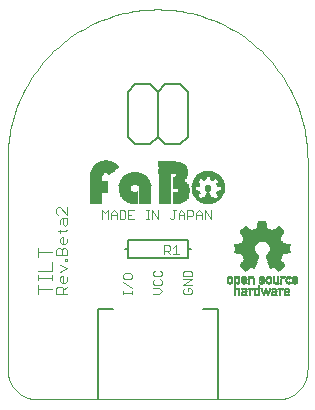
<source format=gto>
G75*
%MOIN*%
%OFA0B0*%
%FSLAX25Y25*%
%IPPOS*%
%LPD*%
%AMOC8*
5,1,8,0,0,1.08239X$1,22.5*
%
%ADD10C,0.00300*%
%ADD11C,0.00400*%
%ADD12C,0.00600*%
%ADD13C,0.00000*%
%ADD14C,0.00500*%
%ADD15R,0.00650X0.00050*%
%ADD16R,0.00950X0.00050*%
%ADD17R,0.00800X0.00050*%
%ADD18R,0.00550X0.00050*%
%ADD19R,0.00600X0.00050*%
%ADD20R,0.01750X0.00050*%
%ADD21R,0.01000X0.00050*%
%ADD22R,0.01200X0.00050*%
%ADD23R,0.01800X0.00050*%
%ADD24R,0.01350X0.00050*%
%ADD25R,0.01900X0.00050*%
%ADD26R,0.00700X0.00050*%
%ADD27R,0.01850X0.00050*%
%ADD28R,0.01500X0.00050*%
%ADD29R,0.01950X0.00050*%
%ADD30R,0.01650X0.00050*%
%ADD31R,0.00750X0.00050*%
%ADD32R,0.02000X0.00050*%
%ADD33R,0.02050X0.00050*%
%ADD34R,0.00850X0.00050*%
%ADD35R,0.02100X0.00050*%
%ADD36R,0.00900X0.00050*%
%ADD37R,0.00450X0.00050*%
%ADD38R,0.00300X0.00050*%
%ADD39R,0.00200X0.00050*%
%ADD40R,0.01050X0.00050*%
%ADD41R,0.00100X0.00050*%
%ADD42R,0.01100X0.00050*%
%ADD43R,0.01150X0.00050*%
%ADD44R,0.02200X0.00050*%
%ADD45R,0.01250X0.00050*%
%ADD46R,0.00150X0.00050*%
%ADD47R,0.00250X0.00050*%
%ADD48R,0.00500X0.00050*%
%ADD49R,0.01550X0.00050*%
%ADD50R,0.01600X0.00050*%
%ADD51R,0.01700X0.00050*%
%ADD52R,0.01400X0.00050*%
%ADD53R,0.01300X0.00050*%
%ADD54R,0.00400X0.00050*%
%ADD55R,0.01450X0.00050*%
%ADD56R,0.02150X0.00050*%
%ADD57R,0.00350X0.00050*%
%ADD58R,0.00050X0.00050*%
%ADD59R,0.02250X0.00050*%
%ADD60R,0.02400X0.00050*%
%ADD61R,0.02500X0.00050*%
%ADD62R,0.02650X0.00050*%
%ADD63R,0.02750X0.00050*%
%ADD64R,0.02900X0.00050*%
%ADD65R,0.03000X0.00050*%
%ADD66R,0.03150X0.00050*%
%ADD67R,0.03250X0.00050*%
%ADD68R,0.04600X0.00050*%
%ADD69R,0.04650X0.00050*%
%ADD70R,0.04750X0.00050*%
%ADD71R,0.04800X0.00050*%
%ADD72R,0.04900X0.00050*%
%ADD73R,0.04950X0.00050*%
%ADD74R,0.05000X0.00050*%
%ADD75R,0.05100X0.00050*%
%ADD76R,0.05150X0.00050*%
%ADD77R,0.05200X0.00050*%
%ADD78R,0.05250X0.00050*%
%ADD79R,0.05050X0.00050*%
%ADD80R,0.04850X0.00050*%
%ADD81R,0.05300X0.00050*%
%ADD82R,0.05350X0.00050*%
%ADD83R,0.05450X0.00050*%
%ADD84R,0.05500X0.00050*%
%ADD85R,0.05550X0.00050*%
%ADD86R,0.05650X0.00050*%
%ADD87R,0.05600X0.00050*%
%ADD88R,0.05400X0.00050*%
%ADD89R,0.05700X0.00050*%
%ADD90R,0.05900X0.00050*%
%ADD91R,0.06150X0.00050*%
%ADD92R,0.06350X0.00050*%
%ADD93R,0.06550X0.00050*%
%ADD94R,0.06850X0.00050*%
%ADD95R,0.07050X0.00050*%
%ADD96R,0.07100X0.00050*%
%ADD97R,0.07000X0.00050*%
%ADD98R,0.06950X0.00050*%
%ADD99R,0.06900X0.00050*%
%ADD100R,0.06800X0.00050*%
%ADD101R,0.06600X0.00050*%
%ADD102R,0.05750X0.00050*%
%ADD103R,0.06050X0.00050*%
%ADD104R,0.13050X0.00050*%
%ADD105R,0.12950X0.00050*%
%ADD106R,0.12850X0.00050*%
%ADD107R,0.12750X0.00050*%
%ADD108R,0.12650X0.00050*%
%ADD109R,0.12550X0.00050*%
%ADD110R,0.12450X0.00050*%
%ADD111R,0.12350X0.00050*%
%ADD112R,0.12250X0.00050*%
%ADD113R,0.12150X0.00050*%
%ADD114R,0.13150X0.00050*%
%ADD115R,0.13250X0.00050*%
%ADD116R,0.13350X0.00050*%
%ADD117R,0.13450X0.00050*%
%ADD118R,0.13550X0.00050*%
%ADD119R,0.13650X0.00050*%
%ADD120R,0.13750X0.00050*%
%ADD121R,0.13850X0.00050*%
%ADD122R,0.13950X0.00050*%
%ADD123R,0.14050X0.00050*%
%ADD124R,0.14150X0.00050*%
%ADD125R,0.14250X0.00050*%
%ADD126R,0.14350X0.00050*%
%ADD127R,0.14450X0.00050*%
%ADD128R,0.14550X0.00050*%
%ADD129R,0.14650X0.00050*%
%ADD130R,0.14750X0.00050*%
%ADD131R,0.14850X0.00050*%
%ADD132R,0.14950X0.00050*%
%ADD133R,0.03450X0.00050*%
%ADD134R,0.06750X0.00050*%
%ADD135R,0.03300X0.00050*%
%ADD136R,0.06450X0.00050*%
%ADD137R,0.03200X0.00050*%
%ADD138R,0.06250X0.00050*%
%ADD139R,0.03050X0.00050*%
%ADD140R,0.05950X0.00050*%
%ADD141R,0.02950X0.00050*%
%ADD142R,0.02850X0.00050*%
%ADD143R,0.02800X0.00050*%
%ADD144R,0.02700X0.00050*%
%ADD145R,0.02600X0.00050*%
%ADD146R,0.02450X0.00050*%
%ADD147R,0.02350X0.00050*%
%ADD148R,0.04550X0.00050*%
%ADD149R,0.04250X0.00050*%
%ADD150R,0.04050X0.00050*%
%ADD151R,0.03750X0.00050*%
%ADD152R,0.03650X0.00050*%
%ADD153R,0.03550X0.00050*%
%ADD154R,0.03350X0.00050*%
%ADD155C,0.00800*%
%ADD156R,0.01008X0.00048*%
%ADD157R,0.00672X0.00048*%
%ADD158R,0.01776X0.00048*%
%ADD159R,0.01584X0.00048*%
%ADD160R,0.02160X0.00048*%
%ADD161R,0.02208X0.00048*%
%ADD162R,0.02352X0.00048*%
%ADD163R,0.02592X0.00048*%
%ADD164R,0.04272X0.00048*%
%ADD165R,0.02544X0.00048*%
%ADD166R,0.03936X0.00048*%
%ADD167R,0.01008X0.00048*%
%ADD168R,0.02976X0.00048*%
%ADD169R,0.04320X0.00048*%
%ADD170R,0.02736X0.00048*%
%ADD171R,0.03984X0.00048*%
%ADD172R,0.04272X0.00048*%
%ADD173R,0.02016X0.00048*%
%ADD174R,0.03312X0.00048*%
%ADD175R,0.04320X0.00048*%
%ADD176R,0.02880X0.00048*%
%ADD177R,0.03984X0.00048*%
%ADD178R,0.03552X0.00048*%
%ADD179R,0.03024X0.00048*%
%ADD180R,0.02592X0.00048*%
%ADD181R,0.03840X0.00048*%
%ADD182R,0.03120X0.00048*%
%ADD183R,0.02832X0.00048*%
%ADD184R,0.04080X0.00048*%
%ADD185R,0.03216X0.00048*%
%ADD186R,0.02976X0.00048*%
%ADD187R,0.03360X0.00048*%
%ADD188R,0.04512X0.00048*%
%ADD189R,0.03456X0.00048*%
%ADD190R,0.03264X0.00048*%
%ADD191R,0.04752X0.00048*%
%ADD192R,0.04944X0.00048*%
%ADD193R,0.03648X0.00048*%
%ADD194R,0.03456X0.00048*%
%ADD195R,0.05136X0.00048*%
%ADD196R,0.03744X0.00048*%
%ADD197R,0.03552X0.00048*%
%ADD198R,0.05328X0.00048*%
%ADD199R,0.03792X0.00048*%
%ADD200R,0.05472X0.00048*%
%ADD201R,0.03888X0.00048*%
%ADD202R,0.05616X0.00048*%
%ADD203R,0.03840X0.00048*%
%ADD204R,0.05760X0.00048*%
%ADD205R,0.04032X0.00048*%
%ADD206R,0.05952X0.00048*%
%ADD207R,0.04128X0.00048*%
%ADD208R,0.06096X0.00048*%
%ADD209R,0.04176X0.00048*%
%ADD210R,0.06240X0.00048*%
%ADD211R,0.04224X0.00048*%
%ADD212R,0.06336X0.00048*%
%ADD213R,0.04176X0.00048*%
%ADD214R,0.06480X0.00048*%
%ADD215R,0.04368X0.00048*%
%ADD216R,0.04224X0.00048*%
%ADD217R,0.06624X0.00048*%
%ADD218R,0.04464X0.00048*%
%ADD219R,0.06720X0.00048*%
%ADD220R,0.04512X0.00048*%
%ADD221R,0.06864X0.00048*%
%ADD222R,0.04560X0.00048*%
%ADD223R,0.04416X0.00048*%
%ADD224R,0.07008X0.00048*%
%ADD225R,0.04608X0.00048*%
%ADD226R,0.04464X0.00048*%
%ADD227R,0.07104X0.00048*%
%ADD228R,0.04656X0.00048*%
%ADD229R,0.07200X0.00048*%
%ADD230R,0.04704X0.00048*%
%ADD231R,0.07296X0.00048*%
%ADD232R,0.07440X0.00048*%
%ADD233R,0.04800X0.00048*%
%ADD234R,0.07536X0.00048*%
%ADD235R,0.04848X0.00048*%
%ADD236R,0.04704X0.00048*%
%ADD237R,0.07632X0.00048*%
%ADD238R,0.04896X0.00048*%
%ADD239R,0.04752X0.00048*%
%ADD240R,0.07728X0.00048*%
%ADD241R,0.04944X0.00048*%
%ADD242R,0.04800X0.00048*%
%ADD243R,0.07824X0.00048*%
%ADD244R,0.04992X0.00048*%
%ADD245R,0.07920X0.00048*%
%ADD246R,0.05040X0.00048*%
%ADD247R,0.08016X0.00048*%
%ADD248R,0.05088X0.00048*%
%ADD249R,0.08064X0.00048*%
%ADD250R,0.01536X0.00048*%
%ADD251R,0.04704X0.00048*%
%ADD252R,0.05184X0.00048*%
%ADD253R,0.01536X0.00048*%
%ADD254R,0.04560X0.00048*%
%ADD255R,0.05232X0.00048*%
%ADD256R,0.05280X0.00048*%
%ADD257R,0.05280X0.00048*%
%ADD258R,0.01488X0.00048*%
%ADD259R,0.05088X0.00048*%
%ADD260R,0.01488X0.00048*%
%ADD261R,0.05376X0.00048*%
%ADD262R,0.03840X0.00048*%
%ADD263R,0.05424X0.00048*%
%ADD264R,0.05136X0.00048*%
%ADD265R,0.00576X0.00048*%
%ADD266R,0.02304X0.00048*%
%ADD267R,0.00624X0.00048*%
%ADD268R,0.05424X0.00048*%
%ADD269R,0.05184X0.00048*%
%ADD270R,0.00432X0.00048*%
%ADD271R,0.02208X0.00048*%
%ADD272R,0.01440X0.00048*%
%ADD273R,0.00288X0.00048*%
%ADD274R,0.02160X0.00048*%
%ADD275R,0.05520X0.00048*%
%ADD276R,0.05232X0.00048*%
%ADD277R,0.01440X0.00048*%
%ADD278R,0.00144X0.00048*%
%ADD279R,0.02112X0.00048*%
%ADD280R,0.00096X0.00048*%
%ADD281R,0.05568X0.00048*%
%ADD282R,0.02064X0.00048*%
%ADD283R,0.05568X0.00048*%
%ADD284R,0.01392X0.00048*%
%ADD285R,0.05616X0.00048*%
%ADD286R,0.05328X0.00048*%
%ADD287R,0.01392X0.00048*%
%ADD288R,0.02016X0.00048*%
%ADD289R,0.01968X0.00048*%
%ADD290R,0.01392X0.00048*%
%ADD291R,0.05664X0.00048*%
%ADD292R,0.01920X0.00048*%
%ADD293R,0.01344X0.00048*%
%ADD294R,0.05712X0.00048*%
%ADD295R,0.01872X0.00048*%
%ADD296R,0.05712X0.00048*%
%ADD297R,0.05376X0.00048*%
%ADD298R,0.01824X0.00048*%
%ADD299R,0.01824X0.00048*%
%ADD300R,0.05760X0.00048*%
%ADD301R,0.01776X0.00048*%
%ADD302R,0.05808X0.00048*%
%ADD303R,0.01584X0.00048*%
%ADD304R,0.01728X0.00048*%
%ADD305R,0.05808X0.00048*%
%ADD306R,0.05472X0.00048*%
%ADD307R,0.01632X0.00048*%
%ADD308R,0.01680X0.00048*%
%ADD309R,0.05856X0.00048*%
%ADD310R,0.01728X0.00048*%
%ADD311R,0.01632X0.00048*%
%ADD312R,0.01680X0.00048*%
%ADD313R,0.05856X0.00048*%
%ADD314R,0.01728X0.00048*%
%ADD315R,0.05904X0.00048*%
%ADD316R,0.05520X0.00048*%
%ADD317R,0.01920X0.00048*%
%ADD318R,0.01920X0.00048*%
%ADD319R,0.05952X0.00048*%
%ADD320R,0.01968X0.00048*%
%ADD321R,0.01440X0.00048*%
%ADD322R,0.06000X0.00048*%
%ADD323R,0.02064X0.00048*%
%ADD324R,0.06000X0.00048*%
%ADD325R,0.02112X0.00048*%
%ADD326R,0.01344X0.00048*%
%ADD327R,0.06048X0.00048*%
%ADD328R,0.01296X0.00048*%
%ADD329R,0.06048X0.00048*%
%ADD330R,0.02256X0.00048*%
%ADD331R,0.01248X0.00048*%
%ADD332R,0.02304X0.00048*%
%ADD333R,0.01200X0.00048*%
%ADD334R,0.01152X0.00048*%
%ADD335R,0.06096X0.00048*%
%ADD336R,0.02400X0.00048*%
%ADD337R,0.01152X0.00048*%
%ADD338R,0.02352X0.00048*%
%ADD339R,0.06144X0.00048*%
%ADD340R,0.02400X0.00048*%
%ADD341R,0.01104X0.00048*%
%ADD342R,0.06144X0.00048*%
%ADD343R,0.01056X0.00048*%
%ADD344R,0.06192X0.00048*%
%ADD345R,0.00960X0.00048*%
%ADD346R,0.06192X0.00048*%
%ADD347R,0.00912X0.00048*%
%ADD348R,0.00864X0.00048*%
%ADD349R,0.04896X0.00048*%
%ADD350R,0.04848X0.00048*%
%ADD351R,0.00864X0.00048*%
%ADD352R,0.00480X0.00048*%
%ADD353R,0.00816X0.00048*%
%ADD354R,0.04656X0.00048*%
%ADD355R,0.00336X0.00048*%
%ADD356R,0.04128X0.00048*%
%ADD357R,0.00768X0.00048*%
%ADD358R,0.00240X0.00048*%
%ADD359R,0.04032X0.00048*%
%ADD360R,0.00768X0.00048*%
%ADD361R,0.03936X0.00048*%
%ADD362R,0.00816X0.00048*%
%ADD363R,0.00048X0.00048*%
%ADD364R,0.03888X0.00048*%
%ADD365R,0.04416X0.00048*%
%ADD366R,0.02304X0.00048*%
%ADD367R,0.04368X0.00048*%
%ADD368R,0.03792X0.00048*%
%ADD369R,0.01440X0.00048*%
%ADD370R,0.01728X0.00048*%
%ADD371R,0.01296X0.00048*%
%ADD372R,0.01872X0.00048*%
%ADD373R,0.03744X0.00048*%
%ADD374R,0.04080X0.00048*%
%ADD375R,0.05520X0.00048*%
%ADD376R,0.04176X0.00048*%
%ADD377R,0.04176X0.00048*%
%ADD378R,0.02112X0.00048*%
%ADD379R,0.02448X0.00048*%
%ADD380R,0.02496X0.00048*%
%ADD381R,0.02496X0.00048*%
%ADD382R,0.02448X0.00048*%
%ADD383R,0.04320X0.00048*%
%ADD384R,0.02544X0.00048*%
%ADD385R,0.00528X0.00048*%
%ADD386R,0.05040X0.00048*%
%ADD387R,0.02640X0.00048*%
%ADD388R,0.04656X0.00048*%
%ADD389R,0.04992X0.00048*%
%ADD390R,0.02640X0.00048*%
%ADD391R,0.04992X0.00048*%
%ADD392R,0.10560X0.00048*%
%ADD393R,0.02688X0.00048*%
%ADD394R,0.10512X0.00048*%
%ADD395R,0.04848X0.00048*%
%ADD396R,0.10512X0.00048*%
%ADD397R,0.10464X0.00048*%
%ADD398R,0.10416X0.00048*%
%ADD399R,0.02448X0.00048*%
%ADD400R,0.10416X0.00048*%
%ADD401R,0.02448X0.00048*%
%ADD402R,0.10320X0.00048*%
%ADD403R,0.10320X0.00048*%
%ADD404R,0.02256X0.00048*%
%ADD405R,0.02256X0.00048*%
%ADD406R,0.10224X0.00048*%
%ADD407R,0.10224X0.00048*%
%ADD408R,0.10176X0.00048*%
%ADD409R,0.02112X0.00048*%
%ADD410R,0.10176X0.00048*%
%ADD411R,0.02064X0.00048*%
%ADD412R,0.10128X0.00048*%
%ADD413R,0.10080X0.00048*%
%ADD414R,0.01920X0.00048*%
%ADD415R,0.09984X0.00048*%
%ADD416R,0.03840X0.00048*%
%ADD417R,0.09984X0.00048*%
%ADD418R,0.01776X0.00048*%
%ADD419R,0.09888X0.00048*%
%ADD420R,0.03648X0.00048*%
%ADD421R,0.09888X0.00048*%
%ADD422R,0.09792X0.00048*%
%ADD423R,0.09792X0.00048*%
%ADD424R,0.03504X0.00048*%
%ADD425R,0.09744X0.00048*%
%ADD426R,0.03600X0.00048*%
%ADD427R,0.09696X0.00048*%
%ADD428R,0.00096X0.00048*%
%ADD429R,0.09648X0.00048*%
%ADD430R,0.03696X0.00048*%
%ADD431R,0.09600X0.00048*%
%ADD432R,0.00480X0.00048*%
%ADD433R,0.09552X0.00048*%
%ADD434R,0.00672X0.00048*%
%ADD435R,0.09456X0.00048*%
%ADD436R,0.09456X0.00048*%
%ADD437R,0.01056X0.00048*%
%ADD438R,0.09360X0.00048*%
%ADD439R,0.01200X0.00048*%
%ADD440R,0.09264X0.00048*%
%ADD441R,0.01248X0.00048*%
%ADD442R,0.09264X0.00048*%
%ADD443R,0.09168X0.00048*%
%ADD444R,0.01392X0.00048*%
%ADD445R,0.09120X0.00048*%
%ADD446R,0.09072X0.00048*%
%ADD447R,0.01584X0.00048*%
%ADD448R,0.08976X0.00048*%
%ADD449R,0.08928X0.00048*%
%ADD450R,0.08832X0.00048*%
%ADD451R,0.08784X0.00048*%
%ADD452R,0.08736X0.00048*%
%ADD453R,0.03792X0.00048*%
%ADD454R,0.08640X0.00048*%
%ADD455R,0.08544X0.00048*%
%ADD456R,0.08448X0.00048*%
%ADD457R,0.08400X0.00048*%
%ADD458R,0.03696X0.00048*%
%ADD459R,0.08304X0.00048*%
%ADD460R,0.08208X0.00048*%
%ADD461R,0.08112X0.00048*%
%ADD462R,0.03648X0.00048*%
%ADD463R,0.03984X0.00048*%
%ADD464R,0.07968X0.00048*%
%ADD465R,0.03600X0.00048*%
%ADD466R,0.07824X0.00048*%
%ADD467R,0.07728X0.00048*%
%ADD468R,0.03504X0.00048*%
%ADD469R,0.07632X0.00048*%
%ADD470R,0.07536X0.00048*%
%ADD471R,0.03648X0.00048*%
%ADD472R,0.08064X0.00048*%
%ADD473R,0.07440X0.00048*%
%ADD474R,0.08016X0.00048*%
%ADD475R,0.07344X0.00048*%
%ADD476R,0.07920X0.00048*%
%ADD477R,0.07248X0.00048*%
%ADD478R,0.07152X0.00048*%
%ADD479R,0.06960X0.00048*%
%ADD480R,0.06864X0.00048*%
%ADD481R,0.06720X0.00048*%
%ADD482R,0.06576X0.00048*%
%ADD483R,0.06480X0.00048*%
%ADD484R,0.07200X0.00048*%
%ADD485R,0.07104X0.00048*%
%ADD486R,0.04320X0.00048*%
%ADD487R,0.06192X0.00048*%
%ADD488R,0.07008X0.00048*%
%ADD489R,0.00192X0.00048*%
%ADD490R,0.06048X0.00048*%
%ADD491R,0.00384X0.00048*%
%ADD492R,0.05712X0.00048*%
%ADD493R,0.06336X0.00048*%
%ADD494R,0.06240X0.00048*%
%ADD495R,0.04128X0.00048*%
%ADD496R,0.03984X0.00048*%
%ADD497R,0.04512X0.00048*%
%ADD498R,0.09744X0.00048*%
%ADD499R,0.02976X0.00048*%
%ADD500R,0.07248X0.00048*%
%ADD501R,0.07344X0.00048*%
%ADD502R,0.07488X0.00048*%
%ADD503R,0.07488X0.00048*%
%ADD504R,0.07584X0.00048*%
%ADD505R,0.07680X0.00048*%
%ADD506R,0.00624X0.00048*%
%ADD507R,0.07872X0.00048*%
%ADD508R,0.09696X0.00048*%
%ADD509R,0.07920X0.00048*%
%ADD510R,0.07968X0.00048*%
%ADD511R,0.08064X0.00048*%
%ADD512R,0.08160X0.00048*%
%ADD513R,0.08160X0.00048*%
%ADD514R,0.09648X0.00048*%
%ADD515R,0.08208X0.00048*%
%ADD516R,0.08256X0.00048*%
%ADD517R,0.08304X0.00048*%
%ADD518R,0.09600X0.00048*%
%ADD519R,0.08352X0.00048*%
%ADD520R,0.08400X0.00048*%
%ADD521R,0.08448X0.00048*%
%ADD522R,0.09552X0.00048*%
%ADD523R,0.08448X0.00048*%
%ADD524R,0.08496X0.00048*%
%ADD525R,0.09504X0.00048*%
%ADD526R,0.08592X0.00048*%
%ADD527R,0.09504X0.00048*%
%ADD528R,0.08640X0.00048*%
%ADD529R,0.08688X0.00048*%
%ADD530R,0.09408X0.00048*%
%ADD531R,0.08688X0.00048*%
%ADD532R,0.08592X0.00048*%
%ADD533R,0.08544X0.00048*%
%ADD534R,0.09360X0.00048*%
%ADD535R,0.08448X0.00048*%
%ADD536R,0.09312X0.00048*%
%ADD537R,0.08352X0.00048*%
%ADD538R,0.09312X0.00048*%
%ADD539R,0.08256X0.00048*%
%ADD540R,0.08256X0.00048*%
%ADD541R,0.09216X0.00048*%
%ADD542R,0.09168X0.00048*%
%ADD543R,0.07776X0.00048*%
%ADD544R,0.09024X0.00048*%
%ADD545R,0.07680X0.00048*%
%ADD546R,0.09024X0.00048*%
%ADD547R,0.07584X0.00048*%
%ADD548R,0.07392X0.00048*%
%ADD549R,0.08880X0.00048*%
%ADD550R,0.07296X0.00048*%
%ADD551R,0.08832X0.00048*%
%ADD552R,0.08784X0.00048*%
%ADD553R,0.07104X0.00048*%
%ADD554R,0.06912X0.00048*%
%ADD555R,0.06768X0.00048*%
%ADD556R,0.06624X0.00048*%
%ADD557R,0.06528X0.00048*%
%ADD558R,0.06384X0.00048*%
%ADD559R,0.06240X0.00048*%
%ADD560R,0.05856X0.00048*%
%ADD561R,0.05184X0.00048*%
%ADD562R,0.06912X0.00048*%
%ADD563R,0.06288X0.00048*%
%ADD564R,0.03456X0.00048*%
%ADD565R,0.03120X0.00048*%
%ADD566R,0.02784X0.00048*%
D10*
X0022947Y0059156D02*
X0022947Y0061007D01*
X0023564Y0061625D01*
X0024798Y0061625D01*
X0025416Y0061007D01*
X0025416Y0059156D01*
X0026650Y0059156D02*
X0022947Y0059156D01*
X0025416Y0060390D02*
X0026650Y0061625D01*
X0026033Y0062839D02*
X0024798Y0062839D01*
X0024181Y0063456D01*
X0024181Y0064691D01*
X0024798Y0065308D01*
X0025416Y0065308D01*
X0025416Y0062839D01*
X0026033Y0062839D02*
X0026650Y0063456D01*
X0026650Y0064691D01*
X0026650Y0067757D02*
X0024181Y0068991D01*
X0026033Y0070205D02*
X0026033Y0070823D01*
X0026650Y0070823D01*
X0026650Y0070205D01*
X0026033Y0070205D01*
X0026650Y0072047D02*
X0026650Y0073898D01*
X0026033Y0074516D01*
X0025416Y0074516D01*
X0024798Y0073898D01*
X0024798Y0072047D01*
X0022947Y0072047D02*
X0022947Y0073898D01*
X0023564Y0074516D01*
X0024181Y0074516D01*
X0024798Y0073898D01*
X0022947Y0072047D02*
X0026650Y0072047D01*
X0026650Y0067757D02*
X0024181Y0066522D01*
X0024798Y0075730D02*
X0024181Y0076347D01*
X0024181Y0077582D01*
X0024798Y0078199D01*
X0025416Y0078199D01*
X0025416Y0075730D01*
X0026033Y0075730D02*
X0024798Y0075730D01*
X0026033Y0075730D02*
X0026650Y0076347D01*
X0026650Y0077582D01*
X0026033Y0080030D02*
X0026650Y0080648D01*
X0026033Y0080030D02*
X0023564Y0080030D01*
X0024181Y0079413D02*
X0024181Y0080648D01*
X0024181Y0082486D02*
X0024181Y0083720D01*
X0024798Y0084337D01*
X0026650Y0084337D01*
X0026650Y0082486D01*
X0026033Y0081869D01*
X0025416Y0082486D01*
X0025416Y0084337D01*
X0026650Y0085552D02*
X0024181Y0088021D01*
X0023564Y0088021D01*
X0022947Y0087403D01*
X0022947Y0086169D01*
X0023564Y0085552D01*
X0026650Y0085552D02*
X0026650Y0088021D01*
X0038289Y0087058D02*
X0038289Y0084156D01*
X0039256Y0086091D02*
X0040224Y0087058D01*
X0040224Y0084156D01*
X0041235Y0084156D02*
X0041235Y0086091D01*
X0042203Y0087058D01*
X0043170Y0086091D01*
X0043170Y0084156D01*
X0044182Y0084156D02*
X0045633Y0084156D01*
X0046117Y0084640D01*
X0046117Y0086575D01*
X0045633Y0087058D01*
X0044182Y0087058D01*
X0044182Y0084156D01*
X0043170Y0085607D02*
X0041235Y0085607D01*
X0039256Y0086091D02*
X0038289Y0087058D01*
X0047128Y0087058D02*
X0047128Y0084156D01*
X0049063Y0084156D01*
X0048096Y0085607D02*
X0047128Y0085607D01*
X0047128Y0087058D02*
X0049063Y0087058D01*
X0053021Y0087058D02*
X0053989Y0087058D01*
X0053505Y0087058D02*
X0053505Y0084156D01*
X0053021Y0084156D02*
X0053989Y0084156D01*
X0054986Y0084156D02*
X0054986Y0087058D01*
X0056921Y0084156D01*
X0056921Y0087058D01*
X0060879Y0084640D02*
X0061362Y0084156D01*
X0061846Y0084156D01*
X0062330Y0084640D01*
X0062330Y0087058D01*
X0061846Y0087058D02*
X0062814Y0087058D01*
X0063825Y0086091D02*
X0064793Y0087058D01*
X0065760Y0086091D01*
X0065760Y0084156D01*
X0066772Y0084156D02*
X0066772Y0087058D01*
X0068223Y0087058D01*
X0068707Y0086575D01*
X0068707Y0085607D01*
X0068223Y0085123D01*
X0066772Y0085123D01*
X0065760Y0085607D02*
X0063825Y0085607D01*
X0063825Y0086091D02*
X0063825Y0084156D01*
X0069718Y0084156D02*
X0069718Y0086091D01*
X0070686Y0087058D01*
X0071653Y0086091D01*
X0071653Y0084156D01*
X0072665Y0084156D02*
X0072665Y0087058D01*
X0074600Y0084156D01*
X0074600Y0087058D01*
X0071653Y0085607D02*
X0069718Y0085607D01*
X0062971Y0075358D02*
X0062003Y0074391D01*
X0060992Y0074875D02*
X0060992Y0073907D01*
X0060508Y0073423D01*
X0059057Y0073423D01*
X0059057Y0072456D02*
X0059057Y0075358D01*
X0060508Y0075358D01*
X0060992Y0074875D01*
X0060024Y0073423D02*
X0060992Y0072456D01*
X0062003Y0072456D02*
X0063938Y0072456D01*
X0062971Y0072456D02*
X0062971Y0075358D01*
X0065831Y0066984D02*
X0065348Y0066500D01*
X0065348Y0065049D01*
X0068250Y0065049D01*
X0068250Y0066500D01*
X0067766Y0066984D01*
X0065831Y0066984D01*
X0065348Y0064037D02*
X0068250Y0064037D01*
X0065348Y0062102D01*
X0068250Y0062102D01*
X0067766Y0061091D02*
X0066799Y0061091D01*
X0066799Y0060123D01*
X0067766Y0059156D02*
X0065831Y0059156D01*
X0065348Y0059640D01*
X0065348Y0060607D01*
X0065831Y0061091D01*
X0067766Y0061091D02*
X0068250Y0060607D01*
X0068250Y0059640D01*
X0067766Y0059156D01*
X0058250Y0060123D02*
X0057283Y0061091D01*
X0055348Y0061091D01*
X0055831Y0062102D02*
X0055348Y0062586D01*
X0055348Y0063554D01*
X0055831Y0064037D01*
X0055831Y0065049D02*
X0055348Y0065533D01*
X0055348Y0066500D01*
X0055831Y0066984D01*
X0055831Y0065049D02*
X0057766Y0065049D01*
X0058250Y0065533D01*
X0058250Y0066500D01*
X0057766Y0066984D01*
X0057766Y0064037D02*
X0058250Y0063554D01*
X0058250Y0062586D01*
X0057766Y0062102D01*
X0055831Y0062102D01*
X0055348Y0059156D02*
X0057283Y0059156D01*
X0058250Y0060123D01*
X0048250Y0060123D02*
X0048250Y0059156D01*
X0048250Y0059640D02*
X0045348Y0059640D01*
X0045348Y0060123D02*
X0045348Y0059156D01*
X0048250Y0061120D02*
X0045348Y0063055D01*
X0045831Y0064067D02*
X0045348Y0064551D01*
X0045348Y0065518D01*
X0045831Y0066002D01*
X0047766Y0066002D01*
X0048250Y0065518D01*
X0048250Y0064551D01*
X0047766Y0064067D01*
X0045831Y0064067D01*
D11*
X0021600Y0063810D02*
X0021600Y0065344D01*
X0021600Y0064577D02*
X0016996Y0064577D01*
X0016996Y0063810D02*
X0016996Y0065344D01*
X0016996Y0066879D02*
X0021600Y0066879D01*
X0021600Y0069948D01*
X0021600Y0073018D02*
X0016996Y0073018D01*
X0016996Y0074552D02*
X0016996Y0071483D01*
X0016996Y0062275D02*
X0016996Y0059206D01*
X0016996Y0060741D02*
X0021600Y0060741D01*
D12*
X0049300Y0109006D02*
X0054300Y0109006D01*
X0056800Y0111506D01*
X0056800Y0126506D01*
X0059300Y0129006D01*
X0064300Y0129006D01*
X0066800Y0126506D01*
X0066800Y0111506D01*
X0064300Y0109006D01*
X0059300Y0109006D01*
X0056800Y0111506D01*
X0049300Y0109006D02*
X0046800Y0111506D01*
X0046800Y0126506D01*
X0049300Y0129006D01*
X0054300Y0129006D01*
X0056800Y0126506D01*
D13*
X0016800Y0024006D02*
X0096800Y0024006D01*
X0097042Y0024009D01*
X0097283Y0024018D01*
X0097524Y0024032D01*
X0097765Y0024053D01*
X0098005Y0024079D01*
X0098245Y0024111D01*
X0098484Y0024149D01*
X0098721Y0024192D01*
X0098958Y0024242D01*
X0099193Y0024297D01*
X0099427Y0024357D01*
X0099659Y0024424D01*
X0099890Y0024495D01*
X0100119Y0024573D01*
X0100346Y0024656D01*
X0100571Y0024744D01*
X0100794Y0024838D01*
X0101014Y0024937D01*
X0101232Y0025042D01*
X0101447Y0025151D01*
X0101660Y0025266D01*
X0101870Y0025386D01*
X0102076Y0025511D01*
X0102280Y0025641D01*
X0102481Y0025776D01*
X0102678Y0025916D01*
X0102872Y0026060D01*
X0103062Y0026209D01*
X0103248Y0026363D01*
X0103431Y0026521D01*
X0103610Y0026683D01*
X0103785Y0026850D01*
X0103956Y0027021D01*
X0104123Y0027196D01*
X0104285Y0027375D01*
X0104443Y0027558D01*
X0104597Y0027744D01*
X0104746Y0027934D01*
X0104890Y0028128D01*
X0105030Y0028325D01*
X0105165Y0028526D01*
X0105295Y0028730D01*
X0105420Y0028936D01*
X0105540Y0029146D01*
X0105655Y0029359D01*
X0105764Y0029574D01*
X0105869Y0029792D01*
X0105968Y0030012D01*
X0106062Y0030235D01*
X0106150Y0030460D01*
X0106233Y0030687D01*
X0106311Y0030916D01*
X0106382Y0031147D01*
X0106449Y0031379D01*
X0106509Y0031613D01*
X0106564Y0031848D01*
X0106614Y0032085D01*
X0106657Y0032322D01*
X0106695Y0032561D01*
X0106727Y0032801D01*
X0106753Y0033041D01*
X0106774Y0033282D01*
X0106788Y0033523D01*
X0106797Y0033764D01*
X0106800Y0034006D01*
X0106800Y0104006D01*
X0106785Y0105224D01*
X0106741Y0106440D01*
X0106667Y0107656D01*
X0106563Y0108869D01*
X0106430Y0110079D01*
X0106267Y0111286D01*
X0106075Y0112488D01*
X0105854Y0113686D01*
X0105604Y0114878D01*
X0105325Y0116063D01*
X0105017Y0117241D01*
X0104680Y0118411D01*
X0104315Y0119573D01*
X0103922Y0120725D01*
X0103501Y0121868D01*
X0103052Y0122999D01*
X0102576Y0124120D01*
X0102072Y0125229D01*
X0101542Y0126325D01*
X0100985Y0127408D01*
X0100402Y0128477D01*
X0099794Y0129531D01*
X0099159Y0130571D01*
X0098500Y0131594D01*
X0097816Y0132602D01*
X0097107Y0133592D01*
X0096375Y0134565D01*
X0095619Y0135519D01*
X0094840Y0136455D01*
X0094039Y0137372D01*
X0093215Y0138269D01*
X0092370Y0139145D01*
X0091504Y0140001D01*
X0090617Y0140836D01*
X0089710Y0141648D01*
X0088784Y0142438D01*
X0087838Y0143206D01*
X0086875Y0143950D01*
X0085893Y0144670D01*
X0084894Y0145367D01*
X0083879Y0146039D01*
X0082847Y0146686D01*
X0081800Y0147307D01*
X0080738Y0147903D01*
X0079662Y0148473D01*
X0078573Y0149017D01*
X0077470Y0149533D01*
X0076355Y0150023D01*
X0075229Y0150486D01*
X0074092Y0150921D01*
X0072944Y0151328D01*
X0071787Y0151707D01*
X0070621Y0152058D01*
X0069447Y0152380D01*
X0068265Y0152674D01*
X0067076Y0152939D01*
X0065882Y0153174D01*
X0064682Y0153381D01*
X0063477Y0153558D01*
X0062269Y0153706D01*
X0061057Y0153824D01*
X0059842Y0153913D01*
X0058626Y0153973D01*
X0057409Y0154002D01*
X0056191Y0154002D01*
X0054974Y0153973D01*
X0053758Y0153913D01*
X0052543Y0153824D01*
X0051331Y0153706D01*
X0050123Y0153558D01*
X0048918Y0153381D01*
X0047718Y0153174D01*
X0046524Y0152939D01*
X0045335Y0152674D01*
X0044153Y0152380D01*
X0042979Y0152058D01*
X0041813Y0151707D01*
X0040656Y0151328D01*
X0039508Y0150921D01*
X0038371Y0150486D01*
X0037245Y0150023D01*
X0036130Y0149533D01*
X0035027Y0149017D01*
X0033938Y0148473D01*
X0032862Y0147903D01*
X0031800Y0147307D01*
X0030753Y0146686D01*
X0029721Y0146039D01*
X0028706Y0145367D01*
X0027707Y0144670D01*
X0026725Y0143950D01*
X0025762Y0143206D01*
X0024816Y0142438D01*
X0023890Y0141648D01*
X0022983Y0140836D01*
X0022096Y0140001D01*
X0021230Y0139145D01*
X0020385Y0138269D01*
X0019561Y0137372D01*
X0018760Y0136455D01*
X0017981Y0135519D01*
X0017225Y0134565D01*
X0016493Y0133592D01*
X0015784Y0132602D01*
X0015100Y0131594D01*
X0014441Y0130571D01*
X0013806Y0129531D01*
X0013198Y0128477D01*
X0012615Y0127408D01*
X0012058Y0126325D01*
X0011528Y0125229D01*
X0011024Y0124120D01*
X0010548Y0122999D01*
X0010099Y0121868D01*
X0009678Y0120725D01*
X0009285Y0119573D01*
X0008920Y0118411D01*
X0008583Y0117241D01*
X0008275Y0116063D01*
X0007996Y0114878D01*
X0007746Y0113686D01*
X0007525Y0112488D01*
X0007333Y0111286D01*
X0007170Y0110079D01*
X0007037Y0108869D01*
X0006933Y0107656D01*
X0006859Y0106440D01*
X0006815Y0105224D01*
X0006800Y0104006D01*
X0006800Y0034006D01*
X0006803Y0033764D01*
X0006812Y0033523D01*
X0006826Y0033282D01*
X0006847Y0033041D01*
X0006873Y0032801D01*
X0006905Y0032561D01*
X0006943Y0032322D01*
X0006986Y0032085D01*
X0007036Y0031848D01*
X0007091Y0031613D01*
X0007151Y0031379D01*
X0007218Y0031147D01*
X0007289Y0030916D01*
X0007367Y0030687D01*
X0007450Y0030460D01*
X0007538Y0030235D01*
X0007632Y0030012D01*
X0007731Y0029792D01*
X0007836Y0029574D01*
X0007945Y0029359D01*
X0008060Y0029146D01*
X0008180Y0028936D01*
X0008305Y0028730D01*
X0008435Y0028526D01*
X0008570Y0028325D01*
X0008710Y0028128D01*
X0008854Y0027934D01*
X0009003Y0027744D01*
X0009157Y0027558D01*
X0009315Y0027375D01*
X0009477Y0027196D01*
X0009644Y0027021D01*
X0009815Y0026850D01*
X0009990Y0026683D01*
X0010169Y0026521D01*
X0010352Y0026363D01*
X0010538Y0026209D01*
X0010728Y0026060D01*
X0010922Y0025916D01*
X0011119Y0025776D01*
X0011320Y0025641D01*
X0011524Y0025511D01*
X0011730Y0025386D01*
X0011940Y0025266D01*
X0012153Y0025151D01*
X0012368Y0025042D01*
X0012586Y0024937D01*
X0012806Y0024838D01*
X0013029Y0024744D01*
X0013254Y0024656D01*
X0013481Y0024573D01*
X0013710Y0024495D01*
X0013941Y0024424D01*
X0014173Y0024357D01*
X0014407Y0024297D01*
X0014642Y0024242D01*
X0014879Y0024192D01*
X0015116Y0024149D01*
X0015355Y0024111D01*
X0015595Y0024079D01*
X0015835Y0024053D01*
X0016076Y0024032D01*
X0016317Y0024018D01*
X0016558Y0024009D01*
X0016800Y0024006D01*
D14*
X0036800Y0024006D02*
X0036800Y0054006D01*
X0041800Y0054006D01*
X0071800Y0054006D02*
X0076800Y0054006D01*
X0076800Y0024006D01*
D15*
X0082625Y0058381D03*
X0082625Y0058431D03*
X0082625Y0058481D03*
X0082625Y0058531D03*
X0082625Y0058581D03*
X0082625Y0058631D03*
X0082625Y0058681D03*
X0082625Y0058731D03*
X0082625Y0058781D03*
X0082625Y0058831D03*
X0082625Y0058881D03*
X0082625Y0058931D03*
X0082625Y0058981D03*
X0082625Y0059031D03*
X0082625Y0059081D03*
X0082625Y0059131D03*
X0082625Y0059181D03*
X0082625Y0059231D03*
X0082625Y0059281D03*
X0082625Y0059331D03*
X0082625Y0059381D03*
X0082625Y0059431D03*
X0082625Y0059481D03*
X0082625Y0059531D03*
X0082625Y0059581D03*
X0082625Y0059631D03*
X0082625Y0059681D03*
X0082625Y0059731D03*
X0082625Y0059781D03*
X0082625Y0059831D03*
X0082625Y0059881D03*
X0082625Y0059931D03*
X0082625Y0059981D03*
X0082625Y0060031D03*
X0082625Y0060831D03*
X0082625Y0060881D03*
X0082625Y0060931D03*
X0082625Y0060981D03*
X0082625Y0061031D03*
X0082625Y0061081D03*
X0082625Y0061131D03*
X0082625Y0061181D03*
X0082625Y0061231D03*
X0082625Y0061281D03*
X0082625Y0061331D03*
X0082625Y0061381D03*
X0082625Y0061431D03*
X0082625Y0061481D03*
X0082625Y0061531D03*
X0082625Y0061581D03*
X0082625Y0061631D03*
X0082625Y0061681D03*
X0082625Y0061731D03*
X0082625Y0061781D03*
X0082625Y0061831D03*
X0082625Y0061881D03*
X0082625Y0061931D03*
X0082625Y0061981D03*
X0082625Y0062031D03*
X0082625Y0062081D03*
X0082625Y0062131D03*
X0082625Y0062181D03*
X0082625Y0062231D03*
X0082625Y0062281D03*
X0082625Y0062331D03*
X0082625Y0063181D03*
X0082625Y0063231D03*
X0082625Y0063281D03*
X0082625Y0063331D03*
X0082625Y0063381D03*
X0082625Y0063431D03*
X0082625Y0063481D03*
X0082625Y0063531D03*
X0082625Y0063581D03*
X0082625Y0063631D03*
X0082625Y0063681D03*
X0082625Y0063731D03*
X0082625Y0063781D03*
X0082625Y0063831D03*
X0082625Y0063881D03*
X0082625Y0064731D03*
X0082625Y0064781D03*
X0081625Y0064031D03*
X0081675Y0063931D03*
X0081675Y0063881D03*
X0081675Y0063831D03*
X0081675Y0063781D03*
X0081675Y0063731D03*
X0081675Y0063681D03*
X0081675Y0063631D03*
X0081675Y0063581D03*
X0081675Y0063531D03*
X0081675Y0063481D03*
X0081675Y0063431D03*
X0081675Y0063381D03*
X0081675Y0063331D03*
X0081675Y0063281D03*
X0081675Y0063231D03*
X0081675Y0063181D03*
X0081675Y0063131D03*
X0081625Y0063031D03*
X0080225Y0063031D03*
X0080225Y0064031D03*
X0084075Y0063931D03*
X0084075Y0063881D03*
X0084075Y0063831D03*
X0084075Y0063781D03*
X0084075Y0063731D03*
X0084075Y0063681D03*
X0084075Y0063631D03*
X0084075Y0063581D03*
X0084075Y0063481D03*
X0084075Y0063431D03*
X0084075Y0063381D03*
X0084075Y0063331D03*
X0084075Y0063281D03*
X0084075Y0063231D03*
X0084075Y0063181D03*
X0084075Y0063131D03*
X0084975Y0063131D03*
X0084975Y0063181D03*
X0084975Y0063081D03*
X0084975Y0063031D03*
X0085025Y0062981D03*
X0084975Y0063831D03*
X0084975Y0063931D03*
X0084975Y0063981D03*
X0085025Y0064081D03*
X0086275Y0062831D03*
X0086475Y0063881D03*
X0086425Y0063931D03*
X0086425Y0063981D03*
X0086425Y0064031D03*
X0087425Y0063981D03*
X0087425Y0063931D03*
X0087425Y0063881D03*
X0088875Y0063881D03*
X0088875Y0063931D03*
X0088875Y0063831D03*
X0088875Y0063781D03*
X0088875Y0063731D03*
X0088875Y0063681D03*
X0088875Y0063631D03*
X0088875Y0063581D03*
X0088875Y0063531D03*
X0088875Y0063481D03*
X0088875Y0063431D03*
X0088875Y0063381D03*
X0088875Y0063331D03*
X0088875Y0063281D03*
X0088875Y0063231D03*
X0088875Y0063181D03*
X0088875Y0063131D03*
X0088875Y0063081D03*
X0088875Y0063031D03*
X0088875Y0062981D03*
X0088875Y0062931D03*
X0088875Y0062881D03*
X0088875Y0062831D03*
X0088875Y0062781D03*
X0088875Y0062731D03*
X0088875Y0062681D03*
X0088875Y0062631D03*
X0088875Y0062581D03*
X0088875Y0062531D03*
X0088875Y0062481D03*
X0088875Y0062431D03*
X0088875Y0062381D03*
X0088875Y0062331D03*
X0088875Y0062281D03*
X0088875Y0062231D03*
X0090625Y0061881D03*
X0090625Y0061831D03*
X0090625Y0061781D03*
X0090625Y0061731D03*
X0090625Y0061681D03*
X0090625Y0061631D03*
X0090625Y0061581D03*
X0090625Y0061531D03*
X0090625Y0061481D03*
X0090625Y0061431D03*
X0090625Y0061381D03*
X0090625Y0061331D03*
X0090625Y0061281D03*
X0090625Y0061231D03*
X0090625Y0061181D03*
X0090625Y0061131D03*
X0090625Y0061081D03*
X0090625Y0061031D03*
X0090625Y0060981D03*
X0090625Y0060931D03*
X0090625Y0060881D03*
X0090625Y0060831D03*
X0091425Y0060831D03*
X0091425Y0060881D03*
X0091475Y0060731D03*
X0091475Y0060681D03*
X0091475Y0060631D03*
X0091525Y0060531D03*
X0091525Y0060481D03*
X0091525Y0060431D03*
X0091575Y0060381D03*
X0091575Y0060331D03*
X0091575Y0060281D03*
X0091625Y0060231D03*
X0091625Y0060181D03*
X0091625Y0060131D03*
X0091675Y0060031D03*
X0091675Y0059981D03*
X0091725Y0059831D03*
X0091775Y0059681D03*
X0090625Y0059681D03*
X0090625Y0059731D03*
X0090625Y0059781D03*
X0090625Y0059831D03*
X0090625Y0059881D03*
X0090625Y0059931D03*
X0090625Y0059981D03*
X0090625Y0060031D03*
X0090625Y0059631D03*
X0090625Y0059581D03*
X0090625Y0059531D03*
X0090625Y0059481D03*
X0090625Y0059431D03*
X0090625Y0059381D03*
X0090625Y0059331D03*
X0090625Y0059281D03*
X0090625Y0059231D03*
X0090625Y0058431D03*
X0090625Y0058381D03*
X0089175Y0059231D03*
X0089175Y0059281D03*
X0089175Y0059331D03*
X0089175Y0059381D03*
X0089175Y0059431D03*
X0089175Y0059481D03*
X0089175Y0059531D03*
X0089175Y0059581D03*
X0089175Y0059631D03*
X0089175Y0059681D03*
X0089175Y0059731D03*
X0089175Y0059781D03*
X0089175Y0059831D03*
X0089175Y0059881D03*
X0089175Y0059931D03*
X0089175Y0059981D03*
X0089175Y0060031D03*
X0087475Y0059981D03*
X0087475Y0059931D03*
X0087475Y0059881D03*
X0087475Y0059831D03*
X0087475Y0059781D03*
X0087475Y0059731D03*
X0087475Y0059681D03*
X0087475Y0059631D03*
X0087475Y0059581D03*
X0087475Y0059531D03*
X0087475Y0059481D03*
X0087475Y0059431D03*
X0087475Y0059381D03*
X0087475Y0059331D03*
X0087475Y0059281D03*
X0087475Y0059231D03*
X0087475Y0059181D03*
X0087475Y0059131D03*
X0087475Y0059081D03*
X0087475Y0059031D03*
X0087475Y0058981D03*
X0087475Y0058931D03*
X0087475Y0058881D03*
X0087475Y0058831D03*
X0087475Y0058781D03*
X0087475Y0058731D03*
X0087475Y0058681D03*
X0087475Y0058631D03*
X0087475Y0058581D03*
X0087475Y0058531D03*
X0087475Y0058481D03*
X0087475Y0058431D03*
X0087475Y0058381D03*
X0086425Y0058381D03*
X0086425Y0059031D03*
X0086425Y0059081D03*
X0086425Y0059131D03*
X0086425Y0059181D03*
X0086425Y0059231D03*
X0086425Y0059281D03*
X0086425Y0059331D03*
X0086425Y0059931D03*
X0086425Y0059981D03*
X0086425Y0060031D03*
X0086425Y0060081D03*
X0086425Y0060131D03*
X0086425Y0060181D03*
X0086425Y0060231D03*
X0087475Y0060781D03*
X0087475Y0060831D03*
X0087475Y0060881D03*
X0090875Y0062881D03*
X0091575Y0062231D03*
X0092325Y0062981D03*
X0092325Y0063031D03*
X0092325Y0063081D03*
X0092325Y0063131D03*
X0093125Y0063131D03*
X0093125Y0063181D03*
X0093125Y0063231D03*
X0093125Y0063281D03*
X0093125Y0063331D03*
X0093125Y0063381D03*
X0093125Y0063431D03*
X0093125Y0063481D03*
X0093125Y0063531D03*
X0093125Y0063581D03*
X0093125Y0063631D03*
X0093125Y0063681D03*
X0093125Y0063731D03*
X0093125Y0063781D03*
X0093125Y0063831D03*
X0093125Y0063881D03*
X0093125Y0063931D03*
X0093175Y0063981D03*
X0093175Y0064031D03*
X0093175Y0063081D03*
X0093175Y0063031D03*
X0094625Y0063081D03*
X0094625Y0063131D03*
X0094625Y0063181D03*
X0094625Y0063231D03*
X0094675Y0063431D03*
X0094675Y0063481D03*
X0094675Y0063531D03*
X0094675Y0063581D03*
X0094675Y0063631D03*
X0094625Y0063831D03*
X0094625Y0063881D03*
X0094625Y0063931D03*
X0094625Y0063981D03*
X0095575Y0063981D03*
X0095575Y0064031D03*
X0095575Y0064081D03*
X0095575Y0064131D03*
X0095575Y0064181D03*
X0095575Y0064231D03*
X0095575Y0064281D03*
X0095575Y0064331D03*
X0095575Y0064381D03*
X0095575Y0064431D03*
X0095575Y0064481D03*
X0095575Y0064531D03*
X0095575Y0064581D03*
X0095575Y0064631D03*
X0095575Y0064681D03*
X0095575Y0064731D03*
X0095575Y0064781D03*
X0095575Y0063931D03*
X0095575Y0063881D03*
X0095575Y0063831D03*
X0095575Y0063781D03*
X0095575Y0063731D03*
X0095575Y0063681D03*
X0095575Y0063631D03*
X0095575Y0063581D03*
X0095575Y0063531D03*
X0095575Y0063481D03*
X0095575Y0063431D03*
X0095575Y0063381D03*
X0095575Y0063331D03*
X0095575Y0063281D03*
X0095575Y0063231D03*
X0095575Y0063181D03*
X0097075Y0063181D03*
X0097075Y0063231D03*
X0097075Y0063281D03*
X0097075Y0063331D03*
X0097075Y0063381D03*
X0097075Y0063431D03*
X0097075Y0063481D03*
X0097075Y0063531D03*
X0097075Y0063581D03*
X0097075Y0063631D03*
X0097075Y0063681D03*
X0097075Y0063731D03*
X0097075Y0063781D03*
X0097075Y0063831D03*
X0097075Y0063881D03*
X0097075Y0063931D03*
X0097075Y0063981D03*
X0097075Y0064031D03*
X0097075Y0064081D03*
X0097075Y0064131D03*
X0097075Y0064181D03*
X0097075Y0064231D03*
X0097075Y0064281D03*
X0097075Y0064331D03*
X0097075Y0064381D03*
X0097075Y0064431D03*
X0097075Y0064481D03*
X0097075Y0064531D03*
X0097075Y0064581D03*
X0097075Y0064631D03*
X0097075Y0064681D03*
X0097075Y0064731D03*
X0097075Y0064781D03*
X0098125Y0064781D03*
X0098125Y0064731D03*
X0098125Y0063981D03*
X0098125Y0063931D03*
X0098125Y0063881D03*
X0098125Y0063831D03*
X0098125Y0063781D03*
X0098125Y0063731D03*
X0098125Y0063681D03*
X0098125Y0063631D03*
X0098125Y0063581D03*
X0098125Y0063531D03*
X0098125Y0063481D03*
X0098125Y0063431D03*
X0098125Y0063381D03*
X0098125Y0063331D03*
X0098125Y0063281D03*
X0098125Y0063231D03*
X0098125Y0063181D03*
X0098125Y0063131D03*
X0098125Y0063081D03*
X0098125Y0063031D03*
X0098125Y0062981D03*
X0098125Y0062931D03*
X0098125Y0062881D03*
X0098125Y0062831D03*
X0098125Y0062781D03*
X0098125Y0062731D03*
X0098125Y0062681D03*
X0098125Y0062631D03*
X0098125Y0062581D03*
X0098125Y0062531D03*
X0098125Y0062481D03*
X0098125Y0062431D03*
X0098125Y0062381D03*
X0098125Y0062331D03*
X0098125Y0062281D03*
X0097075Y0062281D03*
X0097075Y0062331D03*
X0097475Y0060881D03*
X0097475Y0060831D03*
X0097475Y0060781D03*
X0097475Y0059931D03*
X0097475Y0059881D03*
X0097475Y0059831D03*
X0097475Y0059781D03*
X0097475Y0059731D03*
X0097475Y0059681D03*
X0097475Y0059631D03*
X0097475Y0059581D03*
X0097475Y0059531D03*
X0097475Y0059481D03*
X0097475Y0059431D03*
X0097475Y0059381D03*
X0097475Y0059331D03*
X0097475Y0059281D03*
X0097475Y0059231D03*
X0097475Y0059181D03*
X0097475Y0059131D03*
X0097475Y0059081D03*
X0097475Y0059031D03*
X0097475Y0058981D03*
X0097475Y0058931D03*
X0097475Y0058881D03*
X0097475Y0058831D03*
X0097475Y0058781D03*
X0097475Y0058731D03*
X0097475Y0058681D03*
X0097475Y0058631D03*
X0097475Y0058581D03*
X0097475Y0058531D03*
X0097475Y0058481D03*
X0097475Y0058431D03*
X0097475Y0058381D03*
X0096425Y0059031D03*
X0096425Y0059081D03*
X0096425Y0059131D03*
X0096425Y0059181D03*
X0096425Y0059231D03*
X0096425Y0059931D03*
X0096425Y0060131D03*
X0096425Y0060181D03*
X0096425Y0060231D03*
X0094975Y0059281D03*
X0094975Y0059031D03*
X0094975Y0058981D03*
X0094025Y0059581D03*
X0094075Y0059731D03*
X0094075Y0059781D03*
X0094125Y0059931D03*
X0094175Y0060081D03*
X0094175Y0060131D03*
X0094225Y0060231D03*
X0094225Y0060281D03*
X0094225Y0060331D03*
X0094275Y0060381D03*
X0094275Y0060431D03*
X0094275Y0060481D03*
X0094325Y0060531D03*
X0094325Y0060581D03*
X0094325Y0060631D03*
X0094375Y0060731D03*
X0094375Y0060781D03*
X0093675Y0058481D03*
X0092175Y0058481D03*
X0092175Y0058531D03*
X0092925Y0060631D03*
X0090875Y0063981D03*
X0090875Y0064031D03*
X0090875Y0064081D03*
X0090875Y0064131D03*
X0090925Y0064181D03*
X0091575Y0064831D03*
X0086175Y0066831D03*
X0084075Y0060081D03*
X0084075Y0060031D03*
X0084075Y0059981D03*
X0084075Y0059931D03*
X0084075Y0059881D03*
X0084075Y0059831D03*
X0084075Y0059781D03*
X0084075Y0059731D03*
X0084075Y0059681D03*
X0084075Y0059631D03*
X0084075Y0059581D03*
X0084075Y0059531D03*
X0084075Y0059481D03*
X0084075Y0059431D03*
X0084075Y0059381D03*
X0084075Y0059331D03*
X0084075Y0059281D03*
X0084075Y0059231D03*
X0084075Y0059181D03*
X0084075Y0059131D03*
X0084075Y0059081D03*
X0084075Y0059031D03*
X0084075Y0058981D03*
X0084075Y0058931D03*
X0084075Y0058881D03*
X0084075Y0058831D03*
X0084075Y0058781D03*
X0084075Y0058731D03*
X0084075Y0058681D03*
X0084075Y0058631D03*
X0084075Y0058581D03*
X0084075Y0058531D03*
X0084075Y0058481D03*
X0084075Y0058431D03*
X0084075Y0058381D03*
X0084975Y0058981D03*
X0084975Y0059281D03*
X0097375Y0066831D03*
X0099775Y0063931D03*
X0099775Y0063881D03*
X0099725Y0063831D03*
X0099725Y0063781D03*
X0099725Y0063731D03*
X0099725Y0063681D03*
X0099725Y0063631D03*
X0099725Y0063581D03*
X0099725Y0063531D03*
X0099725Y0063481D03*
X0099725Y0063431D03*
X0099725Y0063381D03*
X0099725Y0063331D03*
X0099725Y0063281D03*
X0099725Y0063231D03*
X0099775Y0063181D03*
X0099775Y0063131D03*
X0101875Y0063181D03*
X0101875Y0063231D03*
X0101925Y0063081D03*
X0101925Y0063031D03*
X0101875Y0063831D03*
X0101875Y0063881D03*
X0101925Y0064031D03*
X0101975Y0064131D03*
X0103325Y0064081D03*
X0103325Y0064031D03*
X0103175Y0062831D03*
X0100675Y0060081D03*
X0100675Y0060031D03*
X0100675Y0059981D03*
X0100675Y0059931D03*
X0099275Y0060181D03*
X0099225Y0060131D03*
X0099225Y0060081D03*
X0099175Y0059331D03*
X0099225Y0059181D03*
X0099225Y0059131D03*
X0099275Y0059081D03*
D16*
X0100025Y0058381D03*
X0095575Y0058381D03*
X0093675Y0058981D03*
X0092925Y0060181D03*
X0092175Y0058981D03*
X0089375Y0058931D03*
X0085575Y0058381D03*
X0085775Y0062281D03*
X0083525Y0062331D03*
X0083525Y0064731D03*
X0088275Y0064731D03*
X0088825Y0067781D03*
X0094725Y0067781D03*
X0098975Y0064731D03*
X0096175Y0062331D03*
D17*
X0097000Y0062931D03*
X0094500Y0062881D03*
X0093300Y0062881D03*
X0094500Y0064181D03*
X0097350Y0066881D03*
X0094700Y0067731D03*
X0091000Y0063881D03*
X0088750Y0064181D03*
X0089300Y0060281D03*
X0090550Y0060231D03*
X0090550Y0058981D03*
X0089750Y0058381D03*
X0092150Y0058731D03*
X0093650Y0058731D03*
X0093650Y0058781D03*
X0093650Y0058681D03*
X0092900Y0060381D03*
X0092900Y0060431D03*
X0096350Y0058931D03*
X0097550Y0060231D03*
X0099400Y0058931D03*
X0099950Y0060881D03*
X0102050Y0064231D03*
X0103200Y0064231D03*
X0088850Y0067731D03*
X0086200Y0066881D03*
X0085150Y0064231D03*
X0085100Y0062881D03*
X0083950Y0062881D03*
X0082700Y0062931D03*
X0081550Y0062881D03*
X0080300Y0062881D03*
X0080300Y0064181D03*
X0081550Y0064181D03*
X0083500Y0064781D03*
X0084000Y0060231D03*
X0082700Y0060231D03*
X0086300Y0060331D03*
X0086350Y0058931D03*
X0087550Y0060231D03*
D18*
X0085775Y0062231D03*
X0086175Y0066781D03*
X0088925Y0067631D03*
X0094625Y0067631D03*
X0097375Y0066781D03*
X0100575Y0062231D03*
X0102625Y0064831D03*
X0095225Y0060331D03*
X0093225Y0059831D03*
X0093225Y0059781D03*
X0093275Y0059631D03*
X0093325Y0059481D03*
X0092575Y0059681D03*
X0092575Y0059731D03*
X0092525Y0059581D03*
X0092525Y0059531D03*
X0092475Y0059431D03*
X0092175Y0058381D03*
X0092925Y0060781D03*
X0080925Y0062231D03*
X0080175Y0063431D03*
X0080175Y0063481D03*
X0080175Y0063531D03*
X0080175Y0063581D03*
X0080175Y0063631D03*
D19*
X0080200Y0063681D03*
X0080200Y0063731D03*
X0080200Y0063781D03*
X0080200Y0063831D03*
X0080200Y0063881D03*
X0080200Y0063931D03*
X0080200Y0063981D03*
X0080200Y0063381D03*
X0080200Y0063331D03*
X0080200Y0063281D03*
X0080200Y0063231D03*
X0080200Y0063181D03*
X0080200Y0063131D03*
X0080200Y0063081D03*
X0080900Y0064831D03*
X0082600Y0064831D03*
X0084100Y0063531D03*
X0084950Y0063231D03*
X0084950Y0063881D03*
X0085000Y0064031D03*
X0087400Y0063831D03*
X0087400Y0063781D03*
X0087400Y0063731D03*
X0087400Y0063681D03*
X0087400Y0063631D03*
X0087400Y0063581D03*
X0087400Y0063531D03*
X0087400Y0063481D03*
X0087400Y0063431D03*
X0087400Y0063381D03*
X0087400Y0063331D03*
X0087400Y0063281D03*
X0087400Y0063231D03*
X0087400Y0063181D03*
X0087400Y0063131D03*
X0087400Y0063081D03*
X0087400Y0063031D03*
X0087400Y0062981D03*
X0087400Y0062931D03*
X0087400Y0062881D03*
X0087400Y0062831D03*
X0087400Y0062781D03*
X0087400Y0062731D03*
X0087400Y0062681D03*
X0087400Y0062631D03*
X0087400Y0062581D03*
X0087400Y0062531D03*
X0087400Y0062481D03*
X0087400Y0062431D03*
X0087400Y0062381D03*
X0087400Y0062331D03*
X0087400Y0062281D03*
X0087400Y0062231D03*
X0085650Y0060931D03*
X0084950Y0059231D03*
X0084950Y0059181D03*
X0084950Y0059131D03*
X0084950Y0059081D03*
X0084950Y0059031D03*
X0087400Y0064731D03*
X0087400Y0064781D03*
X0087400Y0064831D03*
X0090650Y0061931D03*
X0091650Y0060081D03*
X0091700Y0059931D03*
X0091700Y0059881D03*
X0091750Y0059781D03*
X0091750Y0059731D03*
X0091800Y0059631D03*
X0091800Y0059581D03*
X0091800Y0059531D03*
X0091850Y0059481D03*
X0091850Y0059431D03*
X0092500Y0059481D03*
X0092550Y0059631D03*
X0092600Y0059781D03*
X0092600Y0059831D03*
X0093250Y0059731D03*
X0093250Y0059681D03*
X0093300Y0059581D03*
X0093300Y0059531D03*
X0094000Y0059531D03*
X0094000Y0059481D03*
X0094050Y0059631D03*
X0094050Y0059681D03*
X0094100Y0059831D03*
X0094100Y0059881D03*
X0094150Y0059981D03*
X0094150Y0060031D03*
X0094200Y0060181D03*
X0094950Y0059231D03*
X0094950Y0059181D03*
X0094950Y0059131D03*
X0094950Y0059081D03*
X0093650Y0058431D03*
X0093650Y0058381D03*
X0092150Y0058431D03*
X0092900Y0060681D03*
X0092900Y0060731D03*
X0093900Y0062231D03*
X0094650Y0063281D03*
X0094650Y0063331D03*
X0094650Y0063381D03*
X0094650Y0063681D03*
X0094650Y0063731D03*
X0094650Y0063781D03*
X0093900Y0064831D03*
X0092100Y0064231D03*
X0095600Y0064831D03*
X0097050Y0064831D03*
X0098100Y0064831D03*
X0100600Y0064831D03*
X0101900Y0063981D03*
X0101900Y0063931D03*
X0101900Y0063131D03*
X0101100Y0062881D03*
X0102700Y0062231D03*
X0103350Y0063831D03*
X0103350Y0063881D03*
X0103350Y0063931D03*
X0103350Y0063981D03*
X0099200Y0060031D03*
X0099200Y0059981D03*
X0099200Y0059931D03*
X0099200Y0059281D03*
X0099200Y0059231D03*
X0100500Y0058931D03*
X0098100Y0062231D03*
X0097050Y0062231D03*
X0095650Y0060931D03*
X0096450Y0060081D03*
X0096450Y0060031D03*
X0096450Y0059981D03*
X0096450Y0059331D03*
X0096450Y0059281D03*
X0096450Y0058381D03*
X0097350Y0081331D03*
X0086200Y0081331D03*
D20*
X0087975Y0064681D03*
X0085725Y0064431D03*
X0083175Y0064681D03*
X0080925Y0064431D03*
X0080925Y0062631D03*
X0083175Y0062381D03*
X0083175Y0060781D03*
X0085875Y0059781D03*
X0085875Y0058431D03*
X0088025Y0060581D03*
X0090075Y0060781D03*
X0091525Y0062481D03*
X0091675Y0063481D03*
X0091625Y0063531D03*
X0091575Y0063581D03*
X0091525Y0063631D03*
X0091625Y0064581D03*
X0093875Y0064431D03*
X0093875Y0062631D03*
X0096525Y0062381D03*
X0095725Y0060631D03*
X0095875Y0059781D03*
X0095875Y0058431D03*
X0098025Y0060581D03*
X0100025Y0058631D03*
X0100575Y0062581D03*
X0100575Y0064481D03*
X0098675Y0064531D03*
X0098675Y0064681D03*
X0090075Y0058481D03*
D21*
X0089750Y0058431D03*
X0090450Y0058931D03*
X0092150Y0059031D03*
X0092150Y0059081D03*
X0092900Y0060081D03*
X0092900Y0060131D03*
X0093650Y0059081D03*
X0093650Y0059031D03*
X0095700Y0060881D03*
X0099950Y0060831D03*
X0094750Y0067831D03*
X0091600Y0064781D03*
X0091550Y0062281D03*
X0088800Y0067831D03*
X0086250Y0081181D03*
X0097300Y0081181D03*
D22*
X0102650Y0064681D03*
X0102700Y0062331D03*
X0100000Y0058431D03*
X0099950Y0060781D03*
X0093650Y0059381D03*
X0092150Y0059381D03*
X0092150Y0059331D03*
X0085700Y0064681D03*
D23*
X0085700Y0064381D03*
X0086300Y0067281D03*
X0088000Y0064631D03*
X0085800Y0062581D03*
X0085700Y0060631D03*
X0085800Y0060381D03*
X0085850Y0058481D03*
X0088050Y0060631D03*
X0090050Y0060731D03*
X0090050Y0058531D03*
X0093900Y0062681D03*
X0093900Y0064381D03*
X0091650Y0064531D03*
X0095700Y0060581D03*
X0095800Y0060381D03*
X0095850Y0059731D03*
X0095850Y0058481D03*
X0098050Y0060631D03*
X0099950Y0060481D03*
X0102700Y0062581D03*
X0102650Y0064381D03*
X0098700Y0064581D03*
X0098700Y0064631D03*
X0097250Y0067281D03*
X0083200Y0064631D03*
X0083200Y0062431D03*
X0083200Y0060731D03*
D24*
X0080925Y0062431D03*
X0080925Y0064631D03*
X0085725Y0064631D03*
X0085775Y0062381D03*
X0091925Y0063281D03*
X0100025Y0058481D03*
X0102625Y0064631D03*
X0097275Y0081031D03*
X0086275Y0081031D03*
D25*
X0086300Y0067331D03*
X0085700Y0064281D03*
X0085700Y0062781D03*
X0085750Y0062731D03*
X0085800Y0062631D03*
X0085700Y0060531D03*
X0085800Y0059681D03*
X0085800Y0058531D03*
X0083250Y0060631D03*
X0083250Y0062531D03*
X0083250Y0064531D03*
X0088050Y0064531D03*
X0091550Y0064331D03*
X0091600Y0064381D03*
X0091650Y0064481D03*
X0093900Y0064331D03*
X0093900Y0062731D03*
X0096450Y0062481D03*
X0095700Y0060531D03*
X0095750Y0060481D03*
X0095800Y0059681D03*
X0095800Y0058581D03*
X0099950Y0060381D03*
X0100000Y0058831D03*
X0100050Y0058731D03*
X0100600Y0062681D03*
X0100500Y0062831D03*
X0100500Y0064231D03*
X0100600Y0064381D03*
X0102650Y0064281D03*
X0102700Y0062681D03*
X0097250Y0067331D03*
X0090000Y0060631D03*
X0090000Y0058631D03*
D26*
X0090600Y0059081D03*
X0090600Y0059131D03*
X0090600Y0059181D03*
X0090600Y0060081D03*
X0090600Y0060131D03*
X0091500Y0060581D03*
X0091450Y0060781D03*
X0092900Y0060581D03*
X0092900Y0060531D03*
X0093650Y0058631D03*
X0093650Y0058581D03*
X0093650Y0058531D03*
X0092150Y0058581D03*
X0094350Y0060681D03*
X0094400Y0060831D03*
X0094400Y0060881D03*
X0096400Y0060281D03*
X0097500Y0060081D03*
X0097500Y0060031D03*
X0097500Y0059981D03*
X0096400Y0058981D03*
X0099300Y0059031D03*
X0099300Y0060231D03*
X0100600Y0060231D03*
X0100650Y0060181D03*
X0100650Y0060131D03*
X0099850Y0062981D03*
X0099800Y0063031D03*
X0099800Y0063081D03*
X0099800Y0063981D03*
X0099800Y0064031D03*
X0099850Y0064081D03*
X0098150Y0064031D03*
X0097050Y0063131D03*
X0097050Y0063081D03*
X0095650Y0063031D03*
X0095650Y0062981D03*
X0095600Y0063081D03*
X0095600Y0063131D03*
X0094600Y0063031D03*
X0094600Y0062981D03*
X0094550Y0062931D03*
X0094600Y0064031D03*
X0094600Y0064081D03*
X0094550Y0064131D03*
X0093200Y0064081D03*
X0093200Y0062981D03*
X0092300Y0062931D03*
X0092300Y0063181D03*
X0090900Y0063931D03*
X0088850Y0063981D03*
X0088850Y0064031D03*
X0087450Y0064031D03*
X0087450Y0064081D03*
X0086450Y0063831D03*
X0086400Y0064081D03*
X0085050Y0064131D03*
X0084050Y0064081D03*
X0084050Y0064031D03*
X0084050Y0063981D03*
X0084050Y0063081D03*
X0084050Y0063031D03*
X0084050Y0062981D03*
X0085050Y0062931D03*
X0082650Y0063031D03*
X0082650Y0063081D03*
X0082650Y0063131D03*
X0082650Y0063931D03*
X0082650Y0063981D03*
X0082650Y0064031D03*
X0081650Y0063981D03*
X0081600Y0064081D03*
X0081650Y0063081D03*
X0081600Y0062981D03*
X0080250Y0062981D03*
X0080250Y0064081D03*
X0082650Y0060131D03*
X0082650Y0060081D03*
X0083500Y0060881D03*
X0084050Y0060131D03*
X0086400Y0060281D03*
X0087500Y0060131D03*
X0087500Y0060081D03*
X0087500Y0060031D03*
X0086400Y0058981D03*
X0089200Y0059081D03*
X0089200Y0059131D03*
X0089200Y0059181D03*
X0089250Y0059031D03*
X0089200Y0060081D03*
X0089200Y0060131D03*
X0089750Y0060881D03*
X0088900Y0067681D03*
X0094650Y0067681D03*
X0101950Y0064081D03*
X0101950Y0062981D03*
X0102000Y0062931D03*
X0103300Y0064131D03*
D27*
X0102625Y0064331D03*
X0102625Y0062781D03*
X0102725Y0062631D03*
X0100575Y0062631D03*
X0099975Y0060431D03*
X0099925Y0058881D03*
X0100025Y0058681D03*
X0098075Y0060681D03*
X0098075Y0060731D03*
X0095775Y0060431D03*
X0095825Y0058531D03*
X0096475Y0062431D03*
X0100575Y0064431D03*
X0091525Y0064281D03*
X0091525Y0062531D03*
X0090025Y0060681D03*
X0090025Y0058581D03*
X0088075Y0060681D03*
X0088075Y0060731D03*
X0085775Y0060431D03*
X0085675Y0060581D03*
X0085825Y0059731D03*
X0083225Y0060681D03*
X0083225Y0062481D03*
X0083225Y0064581D03*
X0080925Y0064381D03*
X0080925Y0064331D03*
X0080925Y0062731D03*
X0080925Y0062681D03*
X0085725Y0064331D03*
X0088025Y0064581D03*
X0086325Y0080831D03*
X0097225Y0080831D03*
D28*
X0093900Y0064581D03*
X0093900Y0062481D03*
X0096000Y0059881D03*
X0098550Y0064231D03*
X0100000Y0058531D03*
X0102700Y0062431D03*
X0102650Y0064581D03*
X0085700Y0064581D03*
X0086000Y0059881D03*
X0080900Y0064581D03*
D29*
X0080925Y0064281D03*
X0080925Y0064231D03*
X0080925Y0062831D03*
X0080925Y0062781D03*
X0083275Y0062581D03*
X0083275Y0060581D03*
X0083275Y0060531D03*
X0085725Y0060481D03*
X0085775Y0059631D03*
X0085775Y0058631D03*
X0085775Y0058581D03*
X0085775Y0062681D03*
X0088075Y0064431D03*
X0088075Y0064481D03*
X0091625Y0064431D03*
X0093875Y0064281D03*
X0093875Y0062781D03*
X0096425Y0062581D03*
X0096425Y0062531D03*
X0095775Y0059631D03*
X0095775Y0059581D03*
X0095775Y0058631D03*
X0100025Y0058781D03*
X0100575Y0062731D03*
X0100525Y0062781D03*
X0100525Y0064281D03*
X0100575Y0064331D03*
X0102675Y0062731D03*
X0089975Y0060581D03*
X0089975Y0060531D03*
X0089975Y0058681D03*
X0083275Y0064481D03*
X0086325Y0080781D03*
X0097225Y0080781D03*
D30*
X0097275Y0067231D03*
X0098625Y0064431D03*
X0098625Y0064381D03*
X0100575Y0064531D03*
X0100575Y0062531D03*
X0102625Y0064481D03*
X0097975Y0060481D03*
X0097975Y0060431D03*
X0095925Y0059831D03*
X0095725Y0060681D03*
X0091775Y0063381D03*
X0091425Y0063731D03*
X0087975Y0060481D03*
X0085925Y0059831D03*
X0085725Y0064481D03*
X0086275Y0067231D03*
X0080925Y0064481D03*
X0080925Y0062581D03*
X0100025Y0058581D03*
D31*
X0099325Y0058981D03*
X0099325Y0060281D03*
X0098375Y0060881D03*
X0097525Y0060181D03*
X0097525Y0060131D03*
X0096175Y0062281D03*
X0095675Y0062931D03*
X0097025Y0062981D03*
X0097025Y0063031D03*
X0098175Y0064081D03*
X0098175Y0064131D03*
X0098975Y0064781D03*
X0099875Y0064131D03*
X0099875Y0062931D03*
X0102025Y0062881D03*
X0102025Y0064181D03*
X0103275Y0064181D03*
X0100575Y0060281D03*
X0095025Y0059331D03*
X0095025Y0058931D03*
X0092925Y0060481D03*
X0092175Y0058681D03*
X0092175Y0058631D03*
X0090575Y0059031D03*
X0090575Y0060181D03*
X0089275Y0060231D03*
X0089225Y0060181D03*
X0088375Y0060881D03*
X0087525Y0060181D03*
X0089275Y0058981D03*
X0092275Y0062881D03*
X0093225Y0062931D03*
X0093225Y0064131D03*
X0093275Y0064181D03*
X0090975Y0064231D03*
X0088825Y0064081D03*
X0088775Y0064131D03*
X0088275Y0064781D03*
X0087475Y0064131D03*
X0086375Y0064131D03*
X0086325Y0064181D03*
X0085075Y0064181D03*
X0084025Y0064131D03*
X0083975Y0064181D03*
X0084025Y0062931D03*
X0083525Y0062281D03*
X0082675Y0062981D03*
X0082675Y0064081D03*
X0082675Y0064131D03*
X0081575Y0064131D03*
X0081575Y0062931D03*
X0080275Y0062931D03*
X0080275Y0064131D03*
X0082675Y0060181D03*
X0084025Y0060181D03*
X0085025Y0059331D03*
X0085025Y0058931D03*
X0086225Y0081281D03*
X0097325Y0081281D03*
D32*
X0097250Y0067381D03*
X0093900Y0064231D03*
X0093900Y0062831D03*
X0091500Y0062581D03*
X0089950Y0060481D03*
X0089950Y0060431D03*
X0089950Y0058831D03*
X0089950Y0058781D03*
X0089950Y0058731D03*
X0085750Y0058681D03*
X0085750Y0059531D03*
X0085750Y0059581D03*
X0083300Y0060481D03*
X0083300Y0062631D03*
X0083300Y0062681D03*
X0083300Y0064381D03*
X0083300Y0064431D03*
X0086300Y0067381D03*
X0088100Y0064381D03*
X0088100Y0064331D03*
X0096400Y0062631D03*
X0095750Y0059531D03*
X0095750Y0058731D03*
X0095750Y0058681D03*
D33*
X0095725Y0058781D03*
X0095725Y0058831D03*
X0095725Y0059381D03*
X0095725Y0059431D03*
X0095725Y0059481D03*
X0096375Y0062681D03*
X0096375Y0062731D03*
X0096375Y0062781D03*
X0089925Y0060381D03*
X0089925Y0060331D03*
X0089925Y0058881D03*
X0088125Y0064231D03*
X0088125Y0064281D03*
X0085725Y0059481D03*
X0085725Y0059431D03*
X0085725Y0058781D03*
X0085725Y0058731D03*
X0083325Y0060331D03*
X0083325Y0060381D03*
X0083325Y0060431D03*
X0083325Y0062731D03*
X0083325Y0062781D03*
X0083325Y0062831D03*
X0083325Y0064231D03*
X0083325Y0064281D03*
X0083325Y0064331D03*
D34*
X0082725Y0064181D03*
X0082725Y0062881D03*
X0080925Y0062281D03*
X0082725Y0060281D03*
X0083975Y0060281D03*
X0085175Y0062831D03*
X0086275Y0064231D03*
X0085725Y0064781D03*
X0087525Y0064181D03*
X0090525Y0060281D03*
X0092175Y0058831D03*
X0092175Y0058781D03*
X0093675Y0058831D03*
X0092925Y0060331D03*
X0093875Y0062281D03*
X0092225Y0062831D03*
X0090925Y0062831D03*
X0095725Y0062881D03*
X0096325Y0060331D03*
X0098225Y0064181D03*
X0099925Y0064181D03*
X0100575Y0064781D03*
X0099925Y0062881D03*
X0100575Y0062281D03*
X0099425Y0060331D03*
X0102625Y0064781D03*
X0097325Y0081231D03*
X0086225Y0081231D03*
X0080925Y0064781D03*
D35*
X0085700Y0059381D03*
X0085700Y0058881D03*
X0085700Y0058831D03*
X0091500Y0062631D03*
X0096350Y0062831D03*
X0095700Y0058881D03*
X0102600Y0063281D03*
X0102600Y0063331D03*
X0102600Y0063381D03*
X0102600Y0063431D03*
X0102600Y0063481D03*
X0102600Y0063531D03*
X0102600Y0063581D03*
X0102600Y0063631D03*
X0102600Y0063681D03*
X0102600Y0063731D03*
X0102600Y0063781D03*
X0097200Y0080731D03*
X0086350Y0080731D03*
D36*
X0086200Y0066931D03*
X0088350Y0060831D03*
X0087600Y0060281D03*
X0089750Y0060831D03*
X0092150Y0058931D03*
X0092150Y0058881D03*
X0093650Y0058881D03*
X0093650Y0058931D03*
X0092900Y0060231D03*
X0092900Y0060281D03*
X0092200Y0063231D03*
X0093900Y0064781D03*
X0096950Y0062881D03*
X0098350Y0060831D03*
X0097600Y0060281D03*
X0100500Y0060331D03*
X0102700Y0062281D03*
X0102100Y0062831D03*
X0097350Y0066931D03*
X0083500Y0060831D03*
D37*
X0088375Y0060931D03*
X0089725Y0060931D03*
X0092175Y0064181D03*
X0094575Y0067581D03*
X0097375Y0066731D03*
X0096175Y0062231D03*
X0098375Y0060931D03*
X0100525Y0058981D03*
X0103225Y0062881D03*
X0088975Y0067581D03*
X0086175Y0066731D03*
D38*
X0086150Y0066681D03*
X0086300Y0062931D03*
X0085200Y0060281D03*
X0089000Y0067531D03*
X0094550Y0067531D03*
X0097400Y0066681D03*
X0095200Y0060281D03*
X0100550Y0059031D03*
X0103250Y0062931D03*
D39*
X0103250Y0062981D03*
X0099150Y0064181D03*
X0100550Y0059081D03*
X0095200Y0060231D03*
X0092200Y0064081D03*
X0086300Y0062981D03*
X0085200Y0060231D03*
D40*
X0085675Y0060881D03*
X0088375Y0060781D03*
X0092175Y0059131D03*
X0092925Y0060031D03*
X0093675Y0059131D03*
X0098375Y0060781D03*
X0102625Y0064731D03*
X0097325Y0066981D03*
X0086225Y0066981D03*
X0080925Y0062331D03*
D41*
X0085200Y0060181D03*
X0086300Y0063031D03*
X0086150Y0066631D03*
X0095200Y0060181D03*
X0098550Y0060231D03*
X0100550Y0059131D03*
X0103250Y0063031D03*
X0099150Y0064131D03*
X0097400Y0066631D03*
D42*
X0094800Y0067881D03*
X0093900Y0064731D03*
X0093900Y0062331D03*
X0092900Y0059981D03*
X0092900Y0059931D03*
X0092150Y0059231D03*
X0092150Y0059181D03*
X0093650Y0059181D03*
X0093650Y0059231D03*
X0100600Y0062331D03*
X0088750Y0067881D03*
X0085700Y0064731D03*
X0080900Y0064731D03*
X0086250Y0081131D03*
X0097300Y0081131D03*
D43*
X0097325Y0067031D03*
X0100575Y0064731D03*
X0093675Y0059331D03*
X0093675Y0059281D03*
X0092925Y0059881D03*
X0092175Y0059281D03*
X0085775Y0062331D03*
X0086225Y0067031D03*
D44*
X0085700Y0063681D03*
X0085700Y0063631D03*
X0085700Y0063581D03*
X0085700Y0063531D03*
X0085700Y0063481D03*
X0085700Y0063431D03*
X0085700Y0063381D03*
X0091500Y0062731D03*
X0099950Y0059881D03*
X0099950Y0059831D03*
X0099950Y0059781D03*
X0099950Y0059731D03*
X0099950Y0059681D03*
X0099950Y0059631D03*
X0099950Y0059581D03*
X0099950Y0059531D03*
X0099950Y0059481D03*
X0099950Y0059431D03*
X0099950Y0059381D03*
X0097200Y0080681D03*
X0086350Y0080681D03*
D45*
X0086275Y0081081D03*
X0097275Y0081081D03*
X0100575Y0064681D03*
X0100575Y0062381D03*
X0095725Y0060831D03*
X0093875Y0062381D03*
X0093875Y0064681D03*
X0091575Y0064731D03*
X0093675Y0059431D03*
X0085675Y0060831D03*
X0080925Y0062381D03*
X0080925Y0064681D03*
D46*
X0088525Y0060231D03*
X0090825Y0063081D03*
X0089025Y0067481D03*
X0094525Y0067481D03*
X0101125Y0064031D03*
X0101125Y0063031D03*
D47*
X0101125Y0062981D03*
X0101125Y0064081D03*
X0098525Y0060281D03*
X0090825Y0063031D03*
X0088525Y0060281D03*
X0086175Y0081481D03*
X0097375Y0081481D03*
D48*
X0097350Y0081381D03*
X0086200Y0081381D03*
X0085700Y0064831D03*
X0086300Y0062881D03*
X0085200Y0060331D03*
X0083500Y0062231D03*
X0083500Y0064831D03*
X0088300Y0064831D03*
X0090850Y0062931D03*
X0092900Y0060881D03*
X0092900Y0060831D03*
X0099950Y0060931D03*
X0101100Y0064181D03*
X0099000Y0064831D03*
D49*
X0098575Y0064281D03*
X0100575Y0064581D03*
X0102625Y0064531D03*
X0100575Y0062481D03*
X0099975Y0060631D03*
X0097925Y0060331D03*
X0095725Y0060731D03*
X0091825Y0063331D03*
X0091375Y0063781D03*
X0087925Y0060331D03*
X0085775Y0062481D03*
X0085725Y0064531D03*
X0086275Y0067181D03*
X0097275Y0067181D03*
D50*
X0098600Y0064331D03*
X0099950Y0060581D03*
X0097950Y0060381D03*
X0093900Y0062531D03*
X0093900Y0064531D03*
X0091600Y0064631D03*
X0091550Y0062431D03*
X0087950Y0060431D03*
X0087950Y0060381D03*
X0085700Y0060731D03*
X0080900Y0062531D03*
X0080900Y0064531D03*
X0086300Y0080931D03*
X0097250Y0080931D03*
X0102700Y0062481D03*
D51*
X0102700Y0062531D03*
X0102650Y0064431D03*
X0099950Y0060531D03*
X0098000Y0060531D03*
X0098650Y0064481D03*
X0093900Y0064481D03*
X0093900Y0062581D03*
X0091700Y0063431D03*
X0091500Y0063681D03*
X0088000Y0060531D03*
X0085700Y0060681D03*
X0085800Y0062531D03*
X0086300Y0080881D03*
X0097250Y0080881D03*
D52*
X0097300Y0067131D03*
X0093900Y0064631D03*
X0093900Y0062431D03*
X0095700Y0060781D03*
X0099950Y0060681D03*
X0085700Y0060781D03*
X0086250Y0067131D03*
D53*
X0086250Y0067081D03*
X0091250Y0063831D03*
X0091550Y0062331D03*
X0097300Y0067081D03*
X0099950Y0060731D03*
X0102700Y0062381D03*
D54*
X0101100Y0062931D03*
X0101100Y0064131D03*
X0083500Y0060931D03*
D55*
X0085775Y0062431D03*
X0080925Y0062481D03*
X0091575Y0062381D03*
X0091625Y0064681D03*
X0100575Y0064631D03*
X0100575Y0062431D03*
X0097275Y0080981D03*
X0086275Y0080981D03*
D56*
X0086325Y0067431D03*
X0085725Y0063781D03*
X0085725Y0063731D03*
X0085725Y0063331D03*
X0085725Y0063281D03*
X0091475Y0062681D03*
X0091525Y0062781D03*
X0097225Y0067431D03*
D57*
X0092175Y0064131D03*
X0090825Y0062981D03*
X0086175Y0081431D03*
X0097375Y0081431D03*
D58*
X0101125Y0063981D03*
X0101125Y0063081D03*
X0092225Y0064031D03*
X0090825Y0063131D03*
D59*
X0086325Y0067481D03*
X0097225Y0067481D03*
D60*
X0097200Y0067531D03*
X0086350Y0067531D03*
D61*
X0086350Y0067581D03*
X0097200Y0067581D03*
D62*
X0097175Y0067631D03*
X0086375Y0067631D03*
X0091775Y0083281D03*
D63*
X0091775Y0083231D03*
X0091775Y0083181D03*
X0091775Y0083131D03*
X0091775Y0083081D03*
X0091775Y0083031D03*
X0091775Y0082981D03*
X0086375Y0067681D03*
X0097175Y0067681D03*
D64*
X0097150Y0067731D03*
X0086400Y0067731D03*
D65*
X0086400Y0067781D03*
X0097150Y0067781D03*
D66*
X0097125Y0067831D03*
X0091775Y0081931D03*
X0091775Y0081981D03*
X0091775Y0082031D03*
X0091775Y0082081D03*
X0091775Y0082131D03*
X0086425Y0067831D03*
D67*
X0086425Y0067881D03*
X0091775Y0081681D03*
X0091775Y0081731D03*
X0091775Y0081781D03*
X0091775Y0081831D03*
X0091775Y0081881D03*
X0097125Y0067881D03*
D68*
X0096500Y0067931D03*
X0087050Y0067931D03*
D69*
X0087025Y0067981D03*
X0096525Y0067981D03*
D70*
X0096525Y0068031D03*
X0095575Y0070381D03*
X0087975Y0070381D03*
X0087025Y0068031D03*
X0091775Y0080581D03*
D71*
X0088000Y0070531D03*
X0088000Y0070481D03*
X0088000Y0070431D03*
X0087950Y0070331D03*
X0087900Y0070281D03*
X0087900Y0070231D03*
X0087000Y0068081D03*
X0095550Y0070431D03*
X0095550Y0070481D03*
X0095550Y0070531D03*
X0095600Y0070331D03*
X0095650Y0070281D03*
X0095650Y0070231D03*
X0095700Y0070181D03*
X0096550Y0068081D03*
D72*
X0096550Y0068131D03*
X0095900Y0069781D03*
X0095850Y0069881D03*
X0095800Y0069981D03*
X0095550Y0070631D03*
X0088000Y0070631D03*
X0087750Y0069981D03*
X0087700Y0069881D03*
X0087650Y0069781D03*
X0087000Y0068131D03*
D73*
X0086975Y0068181D03*
X0087575Y0069631D03*
X0087575Y0069681D03*
X0087625Y0069731D03*
X0087675Y0069831D03*
X0088025Y0070681D03*
X0088025Y0070731D03*
X0095525Y0070731D03*
X0095525Y0070681D03*
X0095875Y0069831D03*
X0095925Y0069731D03*
X0095975Y0069681D03*
X0095975Y0069631D03*
X0096575Y0068181D03*
D74*
X0096600Y0068231D03*
X0096100Y0069431D03*
X0096050Y0069531D03*
X0096000Y0069581D03*
X0095550Y0070781D03*
X0088000Y0070781D03*
X0087550Y0069581D03*
X0087500Y0069531D03*
X0087450Y0069431D03*
X0086950Y0068231D03*
D75*
X0086950Y0068281D03*
X0087250Y0069081D03*
X0087300Y0069131D03*
X0087300Y0069181D03*
X0087350Y0069231D03*
X0088000Y0070881D03*
X0087450Y0072281D03*
X0087500Y0075881D03*
X0087550Y0075931D03*
X0096000Y0075931D03*
X0096050Y0075881D03*
X0096100Y0072281D03*
X0095550Y0070881D03*
X0096200Y0069231D03*
X0096250Y0069181D03*
X0096250Y0069131D03*
X0096300Y0069081D03*
X0096600Y0068281D03*
D76*
X0096625Y0068331D03*
X0096425Y0068831D03*
X0096375Y0068931D03*
X0096325Y0068981D03*
X0096325Y0069031D03*
X0095525Y0070931D03*
X0095525Y0070981D03*
X0096025Y0072181D03*
X0096075Y0072231D03*
X0095975Y0075981D03*
X0087575Y0075981D03*
X0087475Y0072231D03*
X0087525Y0072181D03*
X0088025Y0070981D03*
X0088025Y0070931D03*
X0087225Y0069031D03*
X0087225Y0068981D03*
X0087175Y0068931D03*
X0087125Y0068831D03*
X0086925Y0068331D03*
D77*
X0086950Y0068381D03*
X0087050Y0068681D03*
X0087050Y0068731D03*
X0087100Y0068781D03*
X0087150Y0068881D03*
X0087350Y0072331D03*
X0096200Y0072331D03*
X0096400Y0068881D03*
X0096450Y0068781D03*
X0096500Y0068731D03*
X0096500Y0068681D03*
X0096600Y0068381D03*
D78*
X0096625Y0068431D03*
X0096625Y0068481D03*
X0096575Y0068531D03*
X0096575Y0068581D03*
X0096525Y0068631D03*
X0095525Y0071031D03*
X0095525Y0071081D03*
X0095925Y0072081D03*
X0095975Y0072131D03*
X0096175Y0075831D03*
X0095925Y0076031D03*
X0095875Y0076081D03*
X0091775Y0080481D03*
X0087675Y0076081D03*
X0087625Y0076031D03*
X0087375Y0075831D03*
X0087575Y0072131D03*
X0087625Y0072081D03*
X0088025Y0071081D03*
X0088025Y0071031D03*
X0087025Y0068631D03*
X0086975Y0068581D03*
X0086975Y0068531D03*
X0086925Y0068481D03*
X0086925Y0068431D03*
D79*
X0087375Y0069281D03*
X0087375Y0069331D03*
X0087425Y0069381D03*
X0087475Y0069481D03*
X0088025Y0070831D03*
X0091775Y0080531D03*
X0095525Y0070831D03*
X0096075Y0069481D03*
X0096125Y0069381D03*
X0096175Y0069331D03*
X0096175Y0069281D03*
D80*
X0095825Y0069931D03*
X0095775Y0070031D03*
X0095725Y0070081D03*
X0095725Y0070131D03*
X0095525Y0070581D03*
X0088025Y0070581D03*
X0087875Y0070181D03*
X0087825Y0070131D03*
X0087825Y0070081D03*
X0087775Y0070031D03*
X0087725Y0069931D03*
D81*
X0088000Y0071131D03*
X0087650Y0072031D03*
X0087700Y0076131D03*
X0095850Y0076131D03*
X0095900Y0072031D03*
X0095550Y0071131D03*
D82*
X0095525Y0071181D03*
X0095525Y0071231D03*
X0095825Y0071981D03*
X0095775Y0076181D03*
X0087775Y0076181D03*
X0087725Y0071981D03*
X0088025Y0071231D03*
X0088025Y0071181D03*
D83*
X0088025Y0071281D03*
X0088025Y0071331D03*
X0087775Y0071881D03*
X0087225Y0075781D03*
X0087825Y0076231D03*
X0087875Y0076281D03*
X0095675Y0076281D03*
X0095725Y0076231D03*
X0096325Y0075781D03*
X0095775Y0071881D03*
X0095525Y0071331D03*
X0095525Y0071281D03*
D84*
X0095550Y0071381D03*
X0095700Y0071831D03*
X0088000Y0071381D03*
X0087850Y0071831D03*
D85*
X0087875Y0071781D03*
X0088025Y0071481D03*
X0088025Y0071431D03*
X0087925Y0076331D03*
X0091775Y0080431D03*
X0095625Y0076331D03*
X0095675Y0071781D03*
X0095525Y0071481D03*
X0095525Y0071431D03*
D86*
X0095525Y0071531D03*
X0095525Y0071581D03*
X0095575Y0071631D03*
X0095575Y0071681D03*
X0096525Y0072431D03*
X0096475Y0075731D03*
X0095575Y0076381D03*
X0087975Y0076381D03*
X0087075Y0075731D03*
X0087975Y0071681D03*
X0087975Y0071631D03*
X0088025Y0071581D03*
X0088025Y0071531D03*
D87*
X0087950Y0071731D03*
X0095600Y0071731D03*
D88*
X0095800Y0071931D03*
X0096350Y0072381D03*
X0087750Y0071931D03*
X0087200Y0072381D03*
D89*
X0087050Y0072431D03*
D90*
X0086900Y0072481D03*
X0086900Y0075681D03*
X0088150Y0076481D03*
X0095400Y0076481D03*
X0096650Y0075681D03*
X0096650Y0072481D03*
D91*
X0096825Y0072531D03*
X0096775Y0075631D03*
X0086775Y0075631D03*
X0086725Y0072531D03*
D92*
X0086575Y0072581D03*
X0086625Y0075581D03*
X0096925Y0075581D03*
X0096975Y0072581D03*
D93*
X0097125Y0072631D03*
X0086425Y0072631D03*
D94*
X0086275Y0072681D03*
X0085875Y0073581D03*
X0085875Y0073631D03*
X0085875Y0073681D03*
X0085875Y0073731D03*
X0085875Y0073781D03*
X0085875Y0073831D03*
X0085875Y0073881D03*
X0085875Y0074331D03*
X0085875Y0074381D03*
X0085875Y0074431D03*
X0085875Y0074481D03*
X0085875Y0074531D03*
X0085875Y0074581D03*
X0097275Y0072681D03*
X0097675Y0073581D03*
X0097675Y0073631D03*
X0097675Y0073681D03*
X0097675Y0073731D03*
X0097675Y0073781D03*
X0097675Y0073831D03*
X0097675Y0073881D03*
X0097675Y0074331D03*
X0097675Y0074381D03*
X0097675Y0074431D03*
X0097675Y0074481D03*
X0097675Y0074531D03*
X0097675Y0074581D03*
D95*
X0097575Y0075081D03*
X0097575Y0075131D03*
X0097575Y0073031D03*
X0097575Y0072981D03*
X0097525Y0072881D03*
X0097475Y0072781D03*
X0097425Y0072731D03*
X0086125Y0072731D03*
X0086075Y0072781D03*
X0086025Y0072881D03*
X0085975Y0072981D03*
X0085975Y0073031D03*
X0085975Y0075081D03*
X0085975Y0075131D03*
D96*
X0086000Y0075181D03*
X0086000Y0075231D03*
X0086050Y0075281D03*
X0086050Y0075331D03*
X0086100Y0075381D03*
X0086000Y0072931D03*
X0086050Y0072831D03*
X0097500Y0072831D03*
X0097550Y0072931D03*
X0097550Y0075181D03*
X0097550Y0075231D03*
X0097500Y0075281D03*
X0097500Y0075331D03*
X0097450Y0075381D03*
D97*
X0097400Y0075431D03*
X0097600Y0075031D03*
X0097600Y0074981D03*
X0097600Y0073181D03*
X0097600Y0073131D03*
X0097600Y0073081D03*
X0085950Y0073081D03*
X0085950Y0073131D03*
X0085950Y0073181D03*
X0085950Y0074981D03*
X0085950Y0075031D03*
X0086150Y0075431D03*
D98*
X0085925Y0074931D03*
X0085925Y0074881D03*
X0085925Y0074831D03*
X0085925Y0073331D03*
X0085925Y0073281D03*
X0085925Y0073231D03*
X0097625Y0073231D03*
X0097625Y0073281D03*
X0097625Y0073331D03*
X0097625Y0074831D03*
X0097625Y0074881D03*
X0097625Y0074931D03*
D99*
X0097650Y0074781D03*
X0097650Y0074731D03*
X0097650Y0074681D03*
X0097650Y0074631D03*
X0097650Y0073531D03*
X0097650Y0073481D03*
X0097650Y0073431D03*
X0097650Y0073381D03*
X0085900Y0073381D03*
X0085900Y0073431D03*
X0085900Y0073481D03*
X0085900Y0073531D03*
X0085900Y0074631D03*
X0085900Y0074681D03*
X0085900Y0074731D03*
X0085900Y0074781D03*
D100*
X0085850Y0074281D03*
X0085850Y0074231D03*
X0085850Y0074181D03*
X0085850Y0074131D03*
X0085850Y0074081D03*
X0085850Y0074031D03*
X0085850Y0073981D03*
X0085850Y0073931D03*
X0086300Y0075481D03*
X0097250Y0075481D03*
X0097700Y0074281D03*
X0097700Y0074231D03*
X0097700Y0074181D03*
X0097700Y0074131D03*
X0097700Y0074081D03*
X0097700Y0074031D03*
X0097700Y0073981D03*
X0097700Y0073931D03*
D101*
X0097100Y0075531D03*
X0086450Y0075531D03*
D102*
X0088075Y0076431D03*
X0091775Y0080381D03*
X0095475Y0076431D03*
D103*
X0095275Y0076531D03*
X0088275Y0076531D03*
D104*
X0091775Y0076581D03*
X0091775Y0078281D03*
D105*
X0091775Y0078231D03*
X0091775Y0078181D03*
X0091775Y0076681D03*
X0091775Y0076631D03*
D106*
X0091775Y0076731D03*
X0091775Y0076781D03*
X0091775Y0076831D03*
X0091775Y0078131D03*
D107*
X0091775Y0078081D03*
X0091775Y0078031D03*
X0091775Y0076931D03*
X0091775Y0076881D03*
D108*
X0091775Y0076981D03*
X0091775Y0077031D03*
X0091775Y0077981D03*
D109*
X0091775Y0077931D03*
X0091775Y0077881D03*
X0091775Y0077181D03*
X0091775Y0077131D03*
X0091775Y0077081D03*
D110*
X0091775Y0077231D03*
X0091775Y0077281D03*
X0091775Y0077831D03*
D111*
X0091775Y0077781D03*
X0091775Y0077731D03*
X0091775Y0077381D03*
X0091775Y0077331D03*
D112*
X0091775Y0077431D03*
X0091775Y0077481D03*
X0091775Y0077531D03*
X0091775Y0077681D03*
D113*
X0091775Y0077631D03*
X0091775Y0077581D03*
D114*
X0091775Y0078331D03*
X0091775Y0078381D03*
D115*
X0091775Y0078431D03*
D116*
X0091775Y0078481D03*
D117*
X0091775Y0078531D03*
X0091775Y0078581D03*
D118*
X0091775Y0078631D03*
D119*
X0091775Y0078681D03*
X0091775Y0078731D03*
D120*
X0091775Y0078781D03*
D121*
X0091775Y0078831D03*
X0091775Y0078881D03*
D122*
X0091775Y0078931D03*
D123*
X0091775Y0078981D03*
X0091775Y0079031D03*
D124*
X0091775Y0079081D03*
X0091775Y0080131D03*
D125*
X0091775Y0080081D03*
X0091775Y0079181D03*
X0091775Y0079131D03*
D126*
X0091775Y0079231D03*
X0091775Y0080031D03*
D127*
X0091775Y0079981D03*
X0091775Y0079281D03*
D128*
X0091775Y0079331D03*
X0091775Y0079381D03*
X0091775Y0079931D03*
D129*
X0091775Y0079881D03*
X0091775Y0079431D03*
D130*
X0091775Y0079481D03*
X0091775Y0079531D03*
X0091775Y0079831D03*
D131*
X0091775Y0079781D03*
X0091775Y0079731D03*
X0091775Y0079631D03*
X0091775Y0079581D03*
D132*
X0091775Y0079681D03*
D133*
X0091775Y0081131D03*
X0091775Y0081181D03*
X0091775Y0081231D03*
X0091775Y0081281D03*
X0091775Y0081331D03*
X0086475Y0080181D03*
X0097075Y0080181D03*
D134*
X0091775Y0080181D03*
D135*
X0086450Y0080231D03*
X0097100Y0080231D03*
D136*
X0091775Y0080231D03*
D137*
X0086450Y0080281D03*
X0097100Y0080281D03*
D138*
X0091775Y0080281D03*
D139*
X0091775Y0082181D03*
X0091775Y0082231D03*
X0091775Y0082281D03*
X0091775Y0082331D03*
X0091775Y0082381D03*
X0091775Y0082431D03*
X0086425Y0080331D03*
X0097125Y0080331D03*
D140*
X0091775Y0080331D03*
D141*
X0091775Y0082481D03*
X0091775Y0082531D03*
X0091775Y0082581D03*
X0091775Y0082631D03*
X0091775Y0082681D03*
X0086425Y0080381D03*
X0097125Y0080381D03*
D142*
X0091775Y0082731D03*
X0091775Y0082781D03*
X0091775Y0082831D03*
X0091775Y0082881D03*
X0091775Y0082931D03*
X0086425Y0080431D03*
D143*
X0097150Y0080431D03*
D144*
X0097150Y0080481D03*
X0086400Y0080481D03*
D145*
X0086400Y0080531D03*
X0097150Y0080531D03*
D146*
X0097175Y0080581D03*
X0086375Y0080581D03*
D147*
X0086375Y0080631D03*
X0097175Y0080631D03*
D148*
X0091775Y0080631D03*
D149*
X0091775Y0080681D03*
D150*
X0091775Y0080731D03*
D151*
X0091775Y0080781D03*
D152*
X0091775Y0080831D03*
D153*
X0091775Y0080881D03*
X0091775Y0080931D03*
X0091775Y0080981D03*
X0091775Y0081031D03*
X0091775Y0081081D03*
D154*
X0091775Y0081381D03*
X0091775Y0081431D03*
X0091775Y0081481D03*
X0091775Y0081531D03*
X0091775Y0081581D03*
X0091775Y0081631D03*
D155*
X0067800Y0074006D02*
X0066800Y0074006D01*
X0066800Y0071006D01*
X0046800Y0071006D01*
X0046800Y0074006D01*
X0045800Y0074006D01*
X0046800Y0074006D02*
X0046800Y0077006D01*
X0066800Y0077006D01*
X0066800Y0074006D01*
D156*
X0073708Y0095006D03*
X0049276Y0089006D03*
D157*
X0049924Y0092846D03*
X0073732Y0089006D03*
D158*
X0077692Y0091982D03*
X0077884Y0096590D03*
X0049276Y0089054D03*
X0040684Y0099422D03*
D159*
X0073708Y0091982D03*
X0073708Y0089054D03*
X0077692Y0091790D03*
D160*
X0069772Y0092270D03*
X0049180Y0089102D03*
D161*
X0069604Y0096110D03*
X0073732Y0089102D03*
X0077860Y0096110D03*
D162*
X0078028Y0094862D03*
X0077884Y0093182D03*
X0077836Y0093086D03*
X0077836Y0092990D03*
X0077788Y0092894D03*
X0077740Y0092750D03*
X0077692Y0092654D03*
X0077644Y0092462D03*
X0077644Y0092414D03*
X0069820Y0092462D03*
X0069628Y0092990D03*
X0069580Y0093086D03*
X0069436Y0094862D03*
X0063148Y0089294D03*
X0049084Y0089150D03*
X0039676Y0103262D03*
D163*
X0069604Y0095294D03*
X0073732Y0089150D03*
X0077860Y0095294D03*
X0077812Y0095390D03*
X0077764Y0095726D03*
D164*
X0065500Y0092894D03*
X0064108Y0096158D03*
X0064108Y0097454D03*
X0064780Y0099182D03*
X0059308Y0099182D03*
X0059308Y0099230D03*
X0059308Y0099086D03*
X0059308Y0098990D03*
X0059308Y0098894D03*
X0059308Y0098798D03*
X0059308Y0098750D03*
X0059308Y0098654D03*
X0059308Y0098558D03*
X0059308Y0098462D03*
X0059308Y0098414D03*
X0059308Y0098318D03*
X0059308Y0098222D03*
X0059308Y0098126D03*
X0059308Y0098030D03*
X0059308Y0097982D03*
X0059308Y0097886D03*
X0059308Y0097790D03*
X0059308Y0097694D03*
X0059308Y0097598D03*
X0059308Y0097550D03*
X0059308Y0097454D03*
X0059308Y0097358D03*
X0059308Y0097262D03*
X0059308Y0097214D03*
X0059308Y0097118D03*
X0059308Y0097022D03*
X0059308Y0096926D03*
X0059308Y0096830D03*
X0059308Y0096782D03*
X0059308Y0096686D03*
X0059308Y0096590D03*
X0059308Y0096494D03*
X0059308Y0096398D03*
X0059308Y0096350D03*
X0059308Y0096254D03*
X0059308Y0096158D03*
X0059308Y0096062D03*
X0059308Y0096014D03*
X0059308Y0095918D03*
X0059308Y0095822D03*
X0059308Y0095726D03*
X0059308Y0095630D03*
X0059308Y0095582D03*
X0059308Y0095486D03*
X0059308Y0095390D03*
X0059308Y0095294D03*
X0059308Y0095198D03*
X0059308Y0095150D03*
X0059308Y0095054D03*
X0059308Y0094958D03*
X0059308Y0094862D03*
X0059308Y0094814D03*
X0059308Y0094718D03*
X0059308Y0094622D03*
X0059308Y0094526D03*
X0059308Y0094430D03*
X0059308Y0094382D03*
X0059308Y0094286D03*
X0059308Y0094190D03*
X0059308Y0094094D03*
X0059308Y0093998D03*
X0059308Y0093950D03*
X0059308Y0093854D03*
X0059308Y0093758D03*
X0059308Y0093662D03*
X0059308Y0093614D03*
X0059308Y0093518D03*
X0059308Y0093422D03*
X0059308Y0093326D03*
X0059308Y0093230D03*
X0059308Y0093182D03*
X0059308Y0093086D03*
X0059308Y0092990D03*
X0059308Y0092894D03*
X0059308Y0092798D03*
X0059308Y0092750D03*
X0059308Y0092654D03*
X0059308Y0092558D03*
X0059308Y0092462D03*
X0059308Y0092414D03*
X0059308Y0092318D03*
X0059308Y0092222D03*
X0059308Y0092126D03*
X0059308Y0092030D03*
X0059308Y0091982D03*
X0059308Y0091886D03*
X0059308Y0091790D03*
X0059308Y0091694D03*
X0059308Y0091598D03*
X0059308Y0091550D03*
X0059308Y0091454D03*
X0059308Y0091358D03*
X0059308Y0091262D03*
X0059308Y0091214D03*
X0059308Y0091118D03*
X0059308Y0091022D03*
X0059308Y0090926D03*
X0059308Y0090830D03*
X0059308Y0090782D03*
X0059308Y0090686D03*
X0059308Y0090590D03*
X0059308Y0090494D03*
X0059308Y0090398D03*
X0059308Y0090350D03*
X0059308Y0090254D03*
X0059308Y0090158D03*
X0059308Y0090062D03*
X0059308Y0090014D03*
X0059308Y0089918D03*
X0059308Y0089822D03*
X0059308Y0089726D03*
X0059308Y0089630D03*
X0059308Y0089582D03*
X0059308Y0089486D03*
X0059308Y0089390D03*
X0059308Y0089294D03*
X0059308Y0089198D03*
X0052540Y0095054D03*
X0049420Y0099182D03*
X0036508Y0098798D03*
X0036508Y0098750D03*
X0036460Y0098558D03*
X0036460Y0098462D03*
X0036460Y0098414D03*
X0036412Y0089198D03*
D165*
X0048988Y0089198D03*
X0049372Y0099422D03*
X0069532Y0095054D03*
X0069580Y0095150D03*
X0069580Y0095198D03*
X0069676Y0095726D03*
X0077884Y0095198D03*
X0077884Y0095150D03*
D166*
X0063940Y0096398D03*
X0052756Y0089198D03*
D167*
X0062524Y0089198D03*
X0073708Y0092654D03*
X0039628Y0103358D03*
D168*
X0073732Y0099758D03*
X0073732Y0089198D03*
D169*
X0073732Y0089438D03*
X0064132Y0096110D03*
X0064132Y0097502D03*
X0036532Y0098846D03*
X0036532Y0098942D03*
X0036436Y0098270D03*
X0036436Y0098174D03*
X0036436Y0098078D03*
X0036436Y0097934D03*
X0036436Y0097838D03*
X0036436Y0097742D03*
X0036436Y0097646D03*
X0036436Y0097502D03*
X0036436Y0097406D03*
X0036436Y0097310D03*
X0036436Y0097166D03*
X0036436Y0097070D03*
X0036436Y0096974D03*
X0036436Y0096878D03*
X0036436Y0096734D03*
X0036436Y0096638D03*
X0036436Y0092702D03*
X0036436Y0092606D03*
X0036436Y0092510D03*
X0036436Y0092366D03*
X0036436Y0092270D03*
X0036436Y0092174D03*
X0036436Y0092078D03*
X0036436Y0091934D03*
X0036436Y0091838D03*
X0036436Y0091742D03*
X0036436Y0091646D03*
X0036436Y0091502D03*
X0036436Y0091406D03*
X0036436Y0091310D03*
X0036436Y0091166D03*
X0036436Y0091070D03*
X0036436Y0090974D03*
X0036436Y0090878D03*
X0036436Y0090734D03*
X0036436Y0090638D03*
X0036436Y0090542D03*
X0036436Y0090446D03*
X0036436Y0090302D03*
X0036436Y0090206D03*
X0036436Y0090110D03*
X0036436Y0089966D03*
X0036436Y0089870D03*
X0036436Y0089774D03*
X0036436Y0089678D03*
X0036436Y0089534D03*
X0036436Y0089438D03*
X0036436Y0089342D03*
X0036436Y0089246D03*
D170*
X0048892Y0089246D03*
D171*
X0052732Y0089246D03*
X0052732Y0089342D03*
X0052732Y0089438D03*
X0052732Y0089534D03*
X0052732Y0089678D03*
X0052732Y0089774D03*
X0052732Y0089870D03*
X0052732Y0089966D03*
X0052732Y0090110D03*
X0052732Y0090206D03*
X0052732Y0090302D03*
X0052732Y0090446D03*
X0052732Y0090542D03*
X0052732Y0090638D03*
X0052732Y0090734D03*
X0052732Y0090878D03*
X0052732Y0090974D03*
X0052732Y0091070D03*
X0052732Y0091166D03*
X0052732Y0091310D03*
X0052732Y0091406D03*
X0052732Y0091502D03*
X0052732Y0091646D03*
X0052732Y0091742D03*
X0052732Y0091838D03*
X0052732Y0091934D03*
X0052732Y0092078D03*
X0052732Y0092174D03*
X0052732Y0092270D03*
X0052732Y0092366D03*
X0052732Y0092510D03*
X0052732Y0092606D03*
X0052732Y0092702D03*
X0052732Y0092846D03*
X0052732Y0092942D03*
X0052732Y0093038D03*
X0052732Y0093134D03*
X0052732Y0093278D03*
X0052732Y0093374D03*
X0052732Y0093470D03*
X0052732Y0093566D03*
X0052732Y0093710D03*
X0052732Y0093806D03*
X0052732Y0093902D03*
X0052732Y0094046D03*
X0052732Y0094142D03*
X0052732Y0094238D03*
X0052732Y0094334D03*
X0073708Y0091070D03*
D172*
X0073708Y0090974D03*
X0059308Y0090974D03*
X0059308Y0091070D03*
X0059308Y0091166D03*
X0059308Y0091310D03*
X0059308Y0091406D03*
X0059308Y0091502D03*
X0059308Y0091646D03*
X0059308Y0091742D03*
X0059308Y0091838D03*
X0059308Y0091934D03*
X0059308Y0092078D03*
X0059308Y0092174D03*
X0059308Y0092270D03*
X0059308Y0092366D03*
X0059308Y0092510D03*
X0059308Y0092606D03*
X0059308Y0092702D03*
X0059308Y0092846D03*
X0059308Y0092942D03*
X0059308Y0093038D03*
X0059308Y0093134D03*
X0059308Y0093278D03*
X0059308Y0093374D03*
X0059308Y0093470D03*
X0059308Y0093566D03*
X0059308Y0093710D03*
X0059308Y0093806D03*
X0059308Y0093902D03*
X0059308Y0094046D03*
X0059308Y0094142D03*
X0059308Y0094238D03*
X0059308Y0094334D03*
X0059308Y0094478D03*
X0059308Y0094574D03*
X0059308Y0094670D03*
X0059308Y0094766D03*
X0059308Y0094910D03*
X0059308Y0095006D03*
X0059308Y0095102D03*
X0059308Y0095246D03*
X0059308Y0095342D03*
X0059308Y0095438D03*
X0059308Y0095534D03*
X0059308Y0095678D03*
X0059308Y0095774D03*
X0059308Y0095870D03*
X0059308Y0095966D03*
X0059308Y0096110D03*
X0059308Y0096206D03*
X0059308Y0096302D03*
X0059308Y0096446D03*
X0059308Y0096542D03*
X0059308Y0096638D03*
X0059308Y0096734D03*
X0059308Y0096878D03*
X0059308Y0096974D03*
X0059308Y0097070D03*
X0059308Y0097166D03*
X0059308Y0097310D03*
X0059308Y0097406D03*
X0059308Y0097502D03*
X0059308Y0097646D03*
X0059308Y0097742D03*
X0059308Y0097838D03*
X0059308Y0097934D03*
X0059308Y0098078D03*
X0059308Y0098174D03*
X0059308Y0098270D03*
X0059308Y0098366D03*
X0059308Y0098510D03*
X0059308Y0098606D03*
X0059308Y0098702D03*
X0059308Y0098846D03*
X0059308Y0098942D03*
X0059308Y0099038D03*
X0059308Y0099134D03*
X0059308Y0090878D03*
X0059308Y0090734D03*
X0059308Y0090638D03*
X0059308Y0090542D03*
X0059308Y0090446D03*
X0059308Y0090302D03*
X0059308Y0090206D03*
X0059308Y0090110D03*
X0059308Y0089966D03*
X0059308Y0089870D03*
X0059308Y0089774D03*
X0059308Y0089678D03*
X0059308Y0089534D03*
X0059308Y0089438D03*
X0059308Y0089342D03*
X0059308Y0089246D03*
X0052540Y0095102D03*
X0046060Y0095006D03*
X0046108Y0093278D03*
X0036460Y0098366D03*
X0036460Y0098510D03*
X0036460Y0098606D03*
D173*
X0062980Y0089246D03*
X0069556Y0096302D03*
X0069892Y0097070D03*
X0073732Y0093710D03*
X0073732Y0091406D03*
X0077668Y0092174D03*
X0077524Y0097070D03*
D174*
X0073708Y0099710D03*
X0073708Y0089246D03*
D175*
X0073732Y0099518D03*
X0064132Y0090158D03*
X0048100Y0090062D03*
X0046132Y0093230D03*
X0036436Y0092750D03*
X0036436Y0092654D03*
X0036436Y0092558D03*
X0036436Y0092462D03*
X0036436Y0092414D03*
X0036436Y0092318D03*
X0036436Y0092222D03*
X0036436Y0092126D03*
X0036436Y0092030D03*
X0036436Y0091982D03*
X0036436Y0091886D03*
X0036436Y0091790D03*
X0036436Y0091694D03*
X0036436Y0091598D03*
X0036436Y0091550D03*
X0036436Y0091454D03*
X0036436Y0091358D03*
X0036436Y0091262D03*
X0036436Y0091214D03*
X0036436Y0091118D03*
X0036436Y0091022D03*
X0036436Y0090926D03*
X0036436Y0090830D03*
X0036436Y0090782D03*
X0036436Y0090686D03*
X0036436Y0090590D03*
X0036436Y0090494D03*
X0036436Y0090398D03*
X0036436Y0090350D03*
X0036436Y0090254D03*
X0036436Y0090158D03*
X0036436Y0090062D03*
X0036436Y0090014D03*
X0036436Y0089918D03*
X0036436Y0089822D03*
X0036436Y0089726D03*
X0036436Y0089630D03*
X0036436Y0089582D03*
X0036436Y0089486D03*
X0036436Y0089390D03*
X0036436Y0089294D03*
X0036436Y0096590D03*
X0036436Y0096686D03*
X0036436Y0096782D03*
X0036436Y0096830D03*
X0036436Y0096926D03*
X0036436Y0097022D03*
X0036436Y0097118D03*
X0036436Y0097214D03*
X0036436Y0097262D03*
X0036436Y0097358D03*
X0036436Y0097454D03*
X0036436Y0097550D03*
X0036436Y0097598D03*
X0036436Y0097694D03*
X0036436Y0097790D03*
X0036436Y0097886D03*
X0036436Y0097982D03*
X0036436Y0098030D03*
X0036436Y0098126D03*
X0036436Y0098222D03*
X0036436Y0098318D03*
X0036532Y0098894D03*
D176*
X0048820Y0089294D03*
D177*
X0048268Y0089822D03*
X0052732Y0089822D03*
X0052732Y0089918D03*
X0052732Y0090014D03*
X0052732Y0090062D03*
X0052732Y0090158D03*
X0052732Y0090254D03*
X0052732Y0090350D03*
X0052732Y0090398D03*
X0052732Y0090494D03*
X0052732Y0090590D03*
X0052732Y0090686D03*
X0052732Y0090782D03*
X0052732Y0090830D03*
X0052732Y0090926D03*
X0052732Y0091022D03*
X0052732Y0091118D03*
X0052732Y0091214D03*
X0052732Y0091262D03*
X0052732Y0091358D03*
X0052732Y0091454D03*
X0052732Y0091550D03*
X0052732Y0091598D03*
X0052732Y0091694D03*
X0052732Y0091790D03*
X0052732Y0091886D03*
X0052732Y0091982D03*
X0052732Y0092030D03*
X0052732Y0092126D03*
X0052732Y0092222D03*
X0052732Y0092318D03*
X0052732Y0092414D03*
X0052732Y0092462D03*
X0052732Y0092558D03*
X0052732Y0092654D03*
X0052732Y0092750D03*
X0052732Y0092798D03*
X0052732Y0092894D03*
X0052732Y0092990D03*
X0052732Y0093086D03*
X0052732Y0093182D03*
X0052732Y0093230D03*
X0052732Y0093326D03*
X0052732Y0093422D03*
X0052732Y0093518D03*
X0052732Y0093614D03*
X0052732Y0093662D03*
X0052732Y0093758D03*
X0052732Y0093854D03*
X0052732Y0093950D03*
X0052732Y0093998D03*
X0052732Y0094094D03*
X0052732Y0094190D03*
X0052732Y0094286D03*
X0052732Y0089726D03*
X0052732Y0089630D03*
X0052732Y0089582D03*
X0052732Y0089486D03*
X0052732Y0089390D03*
X0052732Y0089294D03*
X0063964Y0089918D03*
X0065596Y0093950D03*
X0063964Y0096350D03*
X0063964Y0097118D03*
X0039628Y0103022D03*
D178*
X0048484Y0089582D03*
X0063748Y0096590D03*
X0071284Y0097982D03*
X0071332Y0098030D03*
X0073732Y0099662D03*
X0076132Y0098030D03*
X0073732Y0089294D03*
D179*
X0048748Y0089342D03*
D180*
X0063268Y0089342D03*
X0069604Y0095342D03*
X0073732Y0099806D03*
X0077764Y0095678D03*
X0077812Y0095342D03*
X0077860Y0095246D03*
D181*
X0073732Y0089342D03*
X0065668Y0093806D03*
D182*
X0063532Y0089486D03*
X0048700Y0089390D03*
D183*
X0063388Y0089390D03*
D184*
X0064012Y0097214D03*
X0073708Y0089390D03*
X0052684Y0094622D03*
X0045916Y0094526D03*
X0045916Y0094430D03*
X0045916Y0094382D03*
X0045916Y0093950D03*
X0045916Y0093854D03*
X0045916Y0093758D03*
X0045964Y0093662D03*
X0045964Y0093614D03*
D185*
X0048652Y0089438D03*
D186*
X0063460Y0089438D03*
D187*
X0063652Y0089582D03*
X0049396Y0099326D03*
X0048580Y0089486D03*
D188*
X0046228Y0095294D03*
X0064228Y0097790D03*
X0064228Y0090350D03*
X0073732Y0089486D03*
D189*
X0063700Y0096638D03*
X0048532Y0089534D03*
D190*
X0063604Y0089534D03*
D191*
X0073708Y0089534D03*
X0047884Y0090446D03*
D192*
X0064444Y0090830D03*
X0064444Y0095486D03*
X0073708Y0089582D03*
D193*
X0071236Y0097886D03*
X0064900Y0098318D03*
X0064804Y0098126D03*
X0063796Y0096782D03*
X0063796Y0089726D03*
X0048436Y0089630D03*
D194*
X0063700Y0089630D03*
D195*
X0064540Y0091118D03*
X0064540Y0095198D03*
X0073708Y0099326D03*
X0073708Y0089630D03*
X0049420Y0098990D03*
X0047692Y0090830D03*
D196*
X0048388Y0089678D03*
X0039652Y0103070D03*
X0063844Y0096878D03*
X0065716Y0093566D03*
X0063844Y0089774D03*
X0071140Y0097646D03*
X0071188Y0097742D03*
D197*
X0063748Y0089678D03*
D198*
X0064636Y0091502D03*
X0064636Y0094910D03*
X0073708Y0099278D03*
X0073708Y0089678D03*
X0049420Y0098942D03*
X0047596Y0091070D03*
D199*
X0048364Y0089726D03*
X0063868Y0096926D03*
X0064732Y0098030D03*
X0064972Y0098894D03*
X0065692Y0093758D03*
X0065740Y0093518D03*
X0065740Y0093422D03*
X0065740Y0093326D03*
D200*
X0064708Y0094430D03*
X0064708Y0094526D03*
X0064708Y0091982D03*
X0064708Y0091886D03*
X0073732Y0089726D03*
X0073732Y0099230D03*
X0047524Y0091262D03*
D201*
X0048316Y0089774D03*
X0063916Y0089870D03*
X0065692Y0093134D03*
X0071020Y0097406D03*
X0076396Y0097406D03*
D202*
X0073708Y0089774D03*
X0064780Y0092510D03*
X0064780Y0092606D03*
X0064780Y0092702D03*
X0047452Y0091502D03*
D203*
X0063892Y0089822D03*
X0065716Y0093182D03*
X0065716Y0093230D03*
X0064660Y0097982D03*
X0071044Y0097454D03*
X0071092Y0097550D03*
D204*
X0073732Y0089822D03*
X0060052Y0103022D03*
X0047380Y0091694D03*
D205*
X0045892Y0094046D03*
X0045892Y0094142D03*
X0045892Y0094238D03*
X0045892Y0094334D03*
X0048244Y0089870D03*
X0052708Y0094478D03*
X0063988Y0096302D03*
X0063988Y0097166D03*
X0063988Y0089966D03*
D206*
X0073732Y0089870D03*
X0047284Y0092078D03*
D207*
X0045988Y0093518D03*
X0045940Y0094622D03*
X0045940Y0094718D03*
X0048196Y0089918D03*
X0052660Y0094718D03*
X0064036Y0096254D03*
X0064036Y0097262D03*
X0064036Y0090014D03*
X0073732Y0091022D03*
D208*
X0073708Y0089918D03*
X0047212Y0092414D03*
X0047212Y0092462D03*
D209*
X0046012Y0093470D03*
X0048172Y0089966D03*
X0052588Y0094910D03*
X0064060Y0096206D03*
X0064060Y0097310D03*
D210*
X0073732Y0089966D03*
D211*
X0064084Y0097358D03*
X0064420Y0097886D03*
X0048148Y0090014D03*
X0046084Y0093326D03*
X0046036Y0093422D03*
X0046036Y0094958D03*
D212*
X0049444Y0098654D03*
X0073732Y0090014D03*
D213*
X0064060Y0090062D03*
X0052588Y0094958D03*
X0046012Y0094862D03*
X0046012Y0094814D03*
D214*
X0073708Y0098894D03*
X0073708Y0090062D03*
D215*
X0064156Y0090206D03*
X0048076Y0090110D03*
X0046108Y0095102D03*
X0036604Y0099134D03*
D216*
X0039652Y0102974D03*
X0046036Y0094910D03*
X0046036Y0093374D03*
X0052564Y0095006D03*
X0064084Y0097406D03*
X0065428Y0094046D03*
X0064084Y0090110D03*
D217*
X0073732Y0090110D03*
X0073732Y0098846D03*
D218*
X0064204Y0097694D03*
X0064204Y0096014D03*
X0048028Y0090158D03*
X0036652Y0099230D03*
D219*
X0073732Y0098798D03*
X0073732Y0090158D03*
D220*
X0073732Y0099470D03*
X0064228Y0095966D03*
X0049396Y0099134D03*
X0048004Y0090206D03*
D221*
X0073708Y0090206D03*
D222*
X0064252Y0090398D03*
X0064252Y0095918D03*
X0064636Y0099230D03*
X0052348Y0095390D03*
X0047980Y0090254D03*
X0046300Y0092990D03*
D223*
X0046228Y0093086D03*
X0046180Y0095198D03*
X0052420Y0095294D03*
X0064180Y0096062D03*
X0064180Y0090254D03*
X0073732Y0090926D03*
X0039652Y0102926D03*
X0036628Y0099182D03*
D224*
X0073732Y0090254D03*
D225*
X0064276Y0090446D03*
X0064276Y0095870D03*
X0047956Y0090302D03*
X0046276Y0095342D03*
X0039652Y0102878D03*
X0036772Y0099374D03*
D226*
X0036700Y0099278D03*
X0046204Y0095246D03*
X0046252Y0093038D03*
X0052396Y0095342D03*
X0064204Y0097742D03*
X0064204Y0090302D03*
D227*
X0073732Y0090302D03*
D228*
X0064300Y0090494D03*
X0064300Y0095822D03*
X0047932Y0090350D03*
X0046300Y0095390D03*
D229*
X0039652Y0102014D03*
X0038116Y0099518D03*
X0073732Y0090350D03*
D230*
X0047908Y0090398D03*
D231*
X0060820Y0102782D03*
X0073732Y0098558D03*
X0073732Y0090398D03*
D232*
X0073708Y0090446D03*
X0073708Y0098510D03*
X0060892Y0102734D03*
X0038284Y0099710D03*
D233*
X0046420Y0095486D03*
X0047860Y0090494D03*
X0064372Y0090686D03*
D234*
X0073708Y0090494D03*
X0073708Y0098462D03*
D235*
X0064396Y0090734D03*
X0047836Y0090542D03*
D236*
X0046372Y0095438D03*
X0064324Y0095774D03*
X0064324Y0090542D03*
D237*
X0073708Y0090542D03*
X0038428Y0099902D03*
D238*
X0047812Y0090590D03*
X0064420Y0090782D03*
X0064420Y0095582D03*
D239*
X0064348Y0095726D03*
X0064348Y0090590D03*
X0073708Y0099422D03*
X0052252Y0095486D03*
X0049420Y0099086D03*
X0046396Y0092894D03*
X0036844Y0099422D03*
D240*
X0038524Y0099998D03*
X0073708Y0090590D03*
D241*
X0073708Y0099374D03*
X0064444Y0090878D03*
X0049420Y0099038D03*
X0047788Y0090638D03*
D242*
X0064372Y0090638D03*
X0064372Y0095678D03*
D243*
X0073708Y0090638D03*
D244*
X0064468Y0090926D03*
X0047764Y0090686D03*
D245*
X0073708Y0090686D03*
D246*
X0064492Y0090974D03*
X0047740Y0090734D03*
D247*
X0049420Y0097934D03*
X0073708Y0090734D03*
D248*
X0064516Y0091022D03*
X0064516Y0095294D03*
X0047716Y0090782D03*
D249*
X0039652Y0101582D03*
X0061204Y0102494D03*
X0073732Y0090782D03*
D250*
X0073732Y0092030D03*
X0073732Y0093326D03*
X0073732Y0094814D03*
X0070228Y0091022D03*
X0070324Y0090926D03*
X0070420Y0090830D03*
X0069124Y0093422D03*
X0077044Y0090830D03*
X0077140Y0090926D03*
X0078340Y0093422D03*
D251*
X0073732Y0090830D03*
D252*
X0064564Y0095102D03*
X0047668Y0090878D03*
D253*
X0069748Y0091742D03*
X0070180Y0091070D03*
X0070276Y0090974D03*
X0070372Y0090878D03*
X0075268Y0097310D03*
X0077716Y0091742D03*
X0077188Y0090974D03*
X0077092Y0090878D03*
D254*
X0073708Y0090878D03*
X0064252Y0097838D03*
D255*
X0064588Y0095054D03*
X0064588Y0091358D03*
X0047644Y0090926D03*
D256*
X0047620Y0090974D03*
X0064612Y0091406D03*
X0064612Y0095006D03*
D257*
X0064612Y0094958D03*
X0047620Y0091022D03*
D258*
X0069724Y0091694D03*
X0070012Y0091262D03*
X0070060Y0091214D03*
X0070156Y0091118D03*
X0072220Y0097262D03*
X0075244Y0097262D03*
X0077308Y0091118D03*
X0077212Y0091022D03*
D259*
X0064516Y0091070D03*
X0064516Y0095342D03*
D260*
X0070108Y0091166D03*
X0073708Y0092078D03*
X0077260Y0091070D03*
X0077356Y0091166D03*
D261*
X0064660Y0091598D03*
X0064660Y0091694D03*
X0064660Y0094718D03*
X0064660Y0094814D03*
X0047572Y0091118D03*
X0039652Y0102686D03*
D262*
X0073732Y0099614D03*
X0073732Y0091118D03*
D263*
X0064684Y0091742D03*
X0064684Y0094574D03*
X0064684Y0094670D03*
X0047548Y0091166D03*
D264*
X0064540Y0091166D03*
X0064540Y0095246D03*
D265*
X0072148Y0091166D03*
X0040612Y0098942D03*
D266*
X0073732Y0091166D03*
D267*
X0075292Y0091166D03*
D268*
X0064684Y0091790D03*
X0064684Y0094622D03*
X0047548Y0091214D03*
D269*
X0064564Y0091214D03*
X0064564Y0091262D03*
X0064564Y0095150D03*
D270*
X0072172Y0091214D03*
X0075292Y0091214D03*
D271*
X0073732Y0091214D03*
X0069796Y0092318D03*
X0073732Y0099854D03*
X0077860Y0096158D03*
X0077668Y0092318D03*
D272*
X0077716Y0091694D03*
X0077524Y0091358D03*
X0077428Y0091262D03*
X0077380Y0091214D03*
X0075220Y0097214D03*
X0069940Y0091358D03*
X0040708Y0099326D03*
D273*
X0040564Y0098798D03*
X0072244Y0096830D03*
X0075220Y0096830D03*
X0075316Y0091262D03*
X0072148Y0091262D03*
D274*
X0073708Y0091262D03*
X0069580Y0096158D03*
D275*
X0064732Y0094334D03*
X0064732Y0094238D03*
X0064732Y0092078D03*
X0047500Y0091310D03*
X0039628Y0102638D03*
D276*
X0064588Y0091310D03*
D277*
X0068980Y0094670D03*
X0069892Y0091406D03*
X0069988Y0091310D03*
X0077476Y0091310D03*
X0078484Y0094670D03*
D278*
X0072124Y0091310D03*
X0050188Y0093038D03*
D279*
X0073732Y0093902D03*
X0073732Y0094046D03*
X0073732Y0094142D03*
X0073732Y0094238D03*
X0073732Y0091310D03*
X0077668Y0092270D03*
X0077332Y0097310D03*
D280*
X0075316Y0091310D03*
X0040516Y0098702D03*
D281*
X0047476Y0091358D03*
X0064756Y0092222D03*
X0064756Y0092318D03*
X0064756Y0094190D03*
D282*
X0069388Y0093326D03*
X0069772Y0092222D03*
X0069580Y0096254D03*
X0070012Y0097214D03*
X0073708Y0093854D03*
X0073708Y0091358D03*
X0077500Y0097118D03*
D283*
X0064756Y0094142D03*
X0064756Y0092366D03*
X0064756Y0092270D03*
X0064756Y0092174D03*
X0047476Y0091406D03*
D284*
X0069820Y0091502D03*
X0077548Y0091406D03*
D285*
X0073708Y0099182D03*
X0064780Y0092654D03*
X0064780Y0092558D03*
X0064780Y0092462D03*
X0064780Y0092414D03*
X0047452Y0091454D03*
D286*
X0064636Y0091454D03*
X0064636Y0091550D03*
X0064636Y0094862D03*
D287*
X0068956Y0094622D03*
X0069772Y0091598D03*
X0069772Y0091550D03*
X0069868Y0091454D03*
X0077596Y0091454D03*
X0077692Y0091598D03*
X0078508Y0094094D03*
X0078508Y0094190D03*
X0078508Y0094286D03*
X0078508Y0094382D03*
X0078508Y0094430D03*
X0078508Y0094526D03*
X0078508Y0094622D03*
D288*
X0078052Y0093326D03*
X0077572Y0097022D03*
X0073732Y0094430D03*
X0073732Y0094382D03*
X0073732Y0093758D03*
X0073732Y0091454D03*
X0069940Y0097118D03*
D289*
X0069820Y0096974D03*
X0073708Y0094478D03*
X0073708Y0091502D03*
X0077884Y0096302D03*
X0077596Y0096974D03*
X0049372Y0099470D03*
D290*
X0069724Y0091646D03*
X0073708Y0092174D03*
X0077644Y0091502D03*
X0077692Y0091646D03*
X0078508Y0094046D03*
X0078508Y0094142D03*
X0078508Y0094238D03*
X0078508Y0094334D03*
X0078508Y0094478D03*
X0078508Y0094574D03*
D291*
X0064804Y0092798D03*
X0064804Y0092750D03*
X0047428Y0091550D03*
X0039652Y0102590D03*
D292*
X0069796Y0096926D03*
X0073732Y0094526D03*
X0073732Y0093614D03*
X0073732Y0091550D03*
X0077908Y0096398D03*
D293*
X0078484Y0093998D03*
X0078484Y0093950D03*
X0078484Y0093854D03*
X0078484Y0093758D03*
X0078484Y0093662D03*
X0077668Y0091550D03*
X0073732Y0092222D03*
X0068980Y0093518D03*
X0068932Y0093854D03*
X0068932Y0093950D03*
X0068932Y0093998D03*
X0068932Y0094094D03*
X0068932Y0094190D03*
X0068932Y0094286D03*
X0068932Y0094382D03*
X0068932Y0094430D03*
X0068932Y0094526D03*
D294*
X0047404Y0091598D03*
X0037132Y0092798D03*
X0037132Y0092894D03*
X0037132Y0092990D03*
X0037132Y0093086D03*
X0037132Y0093182D03*
X0037132Y0093230D03*
X0037132Y0093326D03*
X0037132Y0093422D03*
X0037132Y0093518D03*
X0037132Y0093614D03*
X0037132Y0093662D03*
X0037132Y0093758D03*
X0037132Y0093854D03*
X0037132Y0093950D03*
X0037132Y0093998D03*
X0037132Y0094094D03*
X0037132Y0094190D03*
X0037132Y0094286D03*
X0037132Y0094382D03*
X0037132Y0094430D03*
X0037132Y0094526D03*
X0037132Y0094622D03*
X0037132Y0094718D03*
X0037132Y0094814D03*
X0037132Y0094862D03*
X0037132Y0094958D03*
X0037132Y0095054D03*
X0037132Y0095150D03*
X0037132Y0095198D03*
X0037132Y0095294D03*
X0037132Y0095390D03*
X0037132Y0095486D03*
X0037132Y0095582D03*
X0037132Y0095630D03*
X0037132Y0095726D03*
X0037132Y0095822D03*
X0037132Y0095918D03*
X0037132Y0096014D03*
X0037132Y0096062D03*
X0037132Y0096158D03*
X0037132Y0096254D03*
X0037132Y0096350D03*
X0037132Y0096398D03*
X0037132Y0096494D03*
D295*
X0069676Y0096782D03*
X0069724Y0096830D03*
X0069772Y0092030D03*
X0073708Y0091598D03*
X0077692Y0092030D03*
X0077740Y0096782D03*
D296*
X0047404Y0091646D03*
X0037132Y0092846D03*
X0037132Y0092942D03*
X0037132Y0093038D03*
X0037132Y0093134D03*
X0037132Y0093278D03*
X0037132Y0093374D03*
X0037132Y0093470D03*
X0037132Y0093566D03*
X0037132Y0093710D03*
X0037132Y0093806D03*
X0037132Y0093902D03*
X0037132Y0094046D03*
X0037132Y0094142D03*
X0037132Y0094238D03*
X0037132Y0094334D03*
X0037132Y0094478D03*
X0037132Y0094574D03*
X0037132Y0094670D03*
X0037132Y0094766D03*
X0037132Y0094910D03*
X0037132Y0095006D03*
X0037132Y0095102D03*
X0037132Y0095246D03*
X0037132Y0095342D03*
X0037132Y0095438D03*
X0037132Y0095534D03*
X0037132Y0095678D03*
X0037132Y0095774D03*
X0037132Y0095870D03*
X0037132Y0095966D03*
X0037132Y0096110D03*
X0037132Y0096206D03*
X0037132Y0096302D03*
X0037132Y0096446D03*
X0037132Y0096542D03*
D297*
X0064660Y0094766D03*
X0064660Y0091646D03*
D298*
X0069172Y0094766D03*
X0069556Y0096542D03*
X0069652Y0096734D03*
X0073732Y0091646D03*
X0078196Y0093374D03*
X0077908Y0096446D03*
X0077908Y0096542D03*
X0077860Y0096638D03*
X0039652Y0103310D03*
D299*
X0069556Y0096590D03*
X0069604Y0096686D03*
X0073732Y0094622D03*
X0073732Y0093518D03*
X0073732Y0091694D03*
X0069748Y0091982D03*
X0077908Y0096494D03*
X0077812Y0096686D03*
D300*
X0073732Y0099134D03*
X0047380Y0091742D03*
D301*
X0069244Y0093374D03*
X0069580Y0096638D03*
X0073708Y0094670D03*
X0073708Y0091742D03*
X0077692Y0091934D03*
D302*
X0047356Y0091790D03*
D303*
X0069052Y0094718D03*
X0069724Y0091790D03*
X0078412Y0094718D03*
D304*
X0073732Y0091790D03*
D305*
X0047356Y0091838D03*
D306*
X0064708Y0091838D03*
X0064708Y0091934D03*
X0064708Y0094478D03*
D307*
X0069748Y0091838D03*
X0073732Y0091934D03*
X0073732Y0093374D03*
X0073732Y0094766D03*
X0077716Y0091838D03*
X0040708Y0099374D03*
D308*
X0073708Y0091838D03*
D309*
X0049444Y0098798D03*
X0047332Y0091886D03*
D310*
X0069748Y0091886D03*
D311*
X0073732Y0091886D03*
D312*
X0073708Y0093422D03*
X0073708Y0094718D03*
X0077692Y0091886D03*
D313*
X0047332Y0091934D03*
D314*
X0069748Y0091934D03*
D315*
X0047308Y0091982D03*
X0047308Y0092030D03*
D316*
X0064732Y0092030D03*
X0064732Y0092126D03*
X0064732Y0094286D03*
X0064732Y0094382D03*
D317*
X0069748Y0092078D03*
X0069748Y0096878D03*
D318*
X0077668Y0096878D03*
X0077668Y0092078D03*
D319*
X0073732Y0099086D03*
X0047284Y0092126D03*
D320*
X0069772Y0092126D03*
X0073708Y0093662D03*
X0069868Y0097022D03*
X0077644Y0096926D03*
X0077884Y0096350D03*
X0077692Y0092126D03*
D321*
X0073732Y0092126D03*
X0073732Y0094862D03*
D322*
X0047260Y0092270D03*
X0047260Y0092174D03*
D323*
X0069772Y0092174D03*
X0073708Y0093806D03*
X0073708Y0094334D03*
X0069964Y0097166D03*
X0077452Y0097166D03*
D324*
X0047260Y0092222D03*
X0039628Y0102494D03*
D325*
X0070036Y0097262D03*
X0073732Y0094286D03*
X0073732Y0094190D03*
X0073732Y0094094D03*
X0073732Y0093998D03*
X0073732Y0093950D03*
X0077668Y0092222D03*
X0077428Y0097214D03*
D326*
X0075172Y0097166D03*
X0078484Y0093902D03*
X0078484Y0093806D03*
X0078484Y0093710D03*
X0078436Y0093470D03*
X0073732Y0092270D03*
X0069028Y0093470D03*
X0068932Y0093902D03*
X0068932Y0094046D03*
X0068932Y0094142D03*
X0068932Y0094238D03*
X0068932Y0094334D03*
X0068932Y0094478D03*
X0068932Y0094574D03*
D327*
X0047236Y0092318D03*
D328*
X0068956Y0093614D03*
X0068956Y0093662D03*
X0068956Y0093758D03*
X0073708Y0093230D03*
X0073708Y0092318D03*
X0075148Y0097118D03*
X0078460Y0093614D03*
X0078460Y0093518D03*
D329*
X0047236Y0092366D03*
D330*
X0069772Y0092366D03*
X0077644Y0092366D03*
X0077932Y0093278D03*
D331*
X0073732Y0092366D03*
D332*
X0069796Y0092414D03*
X0069556Y0093182D03*
X0069556Y0093230D03*
X0069604Y0096014D03*
X0077812Y0096014D03*
X0077908Y0093230D03*
D333*
X0073708Y0093182D03*
X0073708Y0092414D03*
X0040732Y0099230D03*
D334*
X0049348Y0099518D03*
X0073732Y0094958D03*
X0073732Y0092462D03*
D335*
X0073708Y0099038D03*
X0047212Y0092510D03*
D336*
X0069796Y0092510D03*
X0077668Y0092606D03*
X0077716Y0092702D03*
X0077764Y0092846D03*
D337*
X0075124Y0097070D03*
X0073732Y0092510D03*
D338*
X0069772Y0092606D03*
X0069724Y0092702D03*
X0069676Y0092846D03*
X0069628Y0092942D03*
X0069628Y0093038D03*
X0069580Y0093134D03*
X0069628Y0095966D03*
X0077836Y0095966D03*
X0077836Y0093038D03*
X0077788Y0092942D03*
X0077644Y0092510D03*
D339*
X0047188Y0092558D03*
X0047188Y0092654D03*
D340*
X0069652Y0092894D03*
X0069700Y0092798D03*
X0069700Y0092750D03*
X0069748Y0092654D03*
X0069796Y0092558D03*
X0069652Y0095918D03*
X0077812Y0095918D03*
X0077764Y0092798D03*
X0077668Y0092558D03*
D341*
X0073708Y0092558D03*
D342*
X0047188Y0092606D03*
X0039652Y0102446D03*
D343*
X0073732Y0093134D03*
X0073732Y0092606D03*
D344*
X0047164Y0092702D03*
D345*
X0040708Y0099134D03*
X0073732Y0092702D03*
D346*
X0047164Y0092750D03*
X0047164Y0092798D03*
D347*
X0073708Y0092750D03*
X0073708Y0093086D03*
D348*
X0073732Y0092798D03*
D349*
X0064420Y0095534D03*
X0046516Y0092846D03*
D350*
X0052156Y0095534D03*
X0065212Y0092846D03*
D351*
X0072292Y0096974D03*
X0075124Y0096974D03*
X0073732Y0092846D03*
D352*
X0050020Y0092894D03*
X0040612Y0098894D03*
D353*
X0040684Y0099086D03*
X0073708Y0095054D03*
X0073708Y0092894D03*
D354*
X0046348Y0092942D03*
D355*
X0050092Y0092942D03*
D356*
X0052660Y0094766D03*
X0045940Y0094670D03*
X0045940Y0094574D03*
X0045988Y0093566D03*
X0065572Y0092942D03*
D357*
X0073732Y0092942D03*
X0040660Y0099038D03*
D358*
X0050140Y0092990D03*
D359*
X0052708Y0094382D03*
X0052708Y0094430D03*
X0052708Y0094526D03*
X0045892Y0094286D03*
X0045892Y0094190D03*
X0045892Y0094094D03*
X0045892Y0093998D03*
X0065524Y0093998D03*
X0065620Y0092990D03*
X0064900Y0099086D03*
D360*
X0073732Y0092990D03*
D361*
X0065668Y0093038D03*
X0065620Y0093902D03*
X0063940Y0097070D03*
D362*
X0073708Y0093038D03*
D363*
X0050236Y0093086D03*
D364*
X0063916Y0097022D03*
X0064972Y0098990D03*
X0065644Y0093854D03*
X0065692Y0093086D03*
X0071020Y0097358D03*
X0076396Y0097454D03*
X0076444Y0097358D03*
D365*
X0064180Y0097646D03*
X0052468Y0095246D03*
X0046180Y0093134D03*
D366*
X0069508Y0093278D03*
X0077860Y0093134D03*
D367*
X0064156Y0097550D03*
X0064156Y0097598D03*
X0052492Y0095198D03*
X0046156Y0095150D03*
X0046156Y0093182D03*
X0036556Y0098990D03*
X0036604Y0099086D03*
D368*
X0064972Y0098846D03*
X0065692Y0093710D03*
X0065740Y0093470D03*
X0065740Y0093374D03*
X0065740Y0093278D03*
X0076300Y0097646D03*
D369*
X0073732Y0093278D03*
D370*
X0073732Y0093470D03*
D371*
X0073708Y0094910D03*
X0072268Y0097166D03*
X0068956Y0093806D03*
X0068956Y0093710D03*
X0068956Y0093566D03*
X0078460Y0093566D03*
X0040732Y0099278D03*
D372*
X0069532Y0096446D03*
X0073708Y0094574D03*
X0073708Y0093566D03*
X0078268Y0094766D03*
X0077788Y0096734D03*
D373*
X0076276Y0097694D03*
X0071140Y0097694D03*
X0064996Y0098750D03*
X0064996Y0098798D03*
X0063844Y0096494D03*
X0065716Y0093662D03*
X0065716Y0093614D03*
D374*
X0073708Y0099566D03*
X0052684Y0094670D03*
X0052684Y0094574D03*
X0045916Y0094478D03*
X0045916Y0093902D03*
X0045916Y0093806D03*
X0045964Y0093710D03*
D375*
X0049420Y0098894D03*
X0064780Y0094094D03*
D376*
X0045964Y0094766D03*
D377*
X0052636Y0094814D03*
X0052636Y0094862D03*
D378*
X0069316Y0094814D03*
X0077380Y0097262D03*
X0078148Y0094814D03*
D379*
X0077788Y0095870D03*
X0069484Y0094910D03*
D380*
X0069508Y0095006D03*
X0077908Y0095006D03*
X0077956Y0094910D03*
D381*
X0077908Y0095054D03*
X0069652Y0095822D03*
X0069508Y0094958D03*
D382*
X0077932Y0094958D03*
D383*
X0052516Y0095150D03*
X0046084Y0095054D03*
X0036484Y0098654D03*
D384*
X0069532Y0095102D03*
X0069580Y0095246D03*
X0069676Y0095774D03*
X0077788Y0095774D03*
X0077884Y0095102D03*
D385*
X0073708Y0095102D03*
D386*
X0064492Y0095390D03*
X0039628Y0102782D03*
D387*
X0069676Y0095630D03*
X0069676Y0095582D03*
X0069676Y0095486D03*
X0069628Y0095390D03*
X0077740Y0095630D03*
X0077788Y0095486D03*
D388*
X0052300Y0095438D03*
D389*
X0064468Y0095438D03*
D390*
X0069628Y0095438D03*
X0069676Y0095534D03*
X0069676Y0095678D03*
X0077788Y0095534D03*
X0077788Y0095438D03*
D391*
X0046516Y0095534D03*
D392*
X0049300Y0095582D03*
D393*
X0077764Y0095582D03*
D394*
X0049324Y0095630D03*
X0049324Y0095726D03*
D395*
X0039628Y0102830D03*
X0064396Y0095630D03*
D396*
X0049324Y0095678D03*
D397*
X0049300Y0095774D03*
D398*
X0049324Y0095822D03*
X0049324Y0095918D03*
D399*
X0077788Y0095822D03*
D400*
X0049324Y0095870D03*
D401*
X0069628Y0095870D03*
D402*
X0049324Y0095966D03*
D403*
X0049324Y0096014D03*
X0049324Y0096062D03*
D404*
X0069580Y0096062D03*
D405*
X0077836Y0096062D03*
D406*
X0049324Y0096110D03*
D407*
X0049324Y0096158D03*
D408*
X0049348Y0096206D03*
D409*
X0069556Y0096206D03*
X0070084Y0097310D03*
X0077860Y0096206D03*
D410*
X0049348Y0096254D03*
D411*
X0077884Y0096254D03*
D412*
X0049324Y0096302D03*
D413*
X0049348Y0096350D03*
X0049348Y0096398D03*
D414*
X0069556Y0096398D03*
X0069556Y0096350D03*
X0077716Y0096830D03*
D415*
X0049348Y0096446D03*
D416*
X0063892Y0096446D03*
X0063892Y0096974D03*
X0064948Y0098942D03*
X0071092Y0097502D03*
X0076372Y0097502D03*
D417*
X0049348Y0096494D03*
D418*
X0069532Y0096494D03*
D419*
X0049348Y0096542D03*
D420*
X0049396Y0099278D03*
X0063796Y0096542D03*
X0064900Y0098270D03*
X0064996Y0098606D03*
X0071236Y0097838D03*
X0076228Y0097838D03*
D421*
X0049348Y0096590D03*
D422*
X0049348Y0096638D03*
D423*
X0049348Y0096686D03*
D424*
X0063724Y0096686D03*
X0071404Y0098126D03*
X0076060Y0098126D03*
D425*
X0062044Y0099278D03*
X0062044Y0099374D03*
X0062044Y0099470D03*
X0062044Y0099566D03*
X0062044Y0099710D03*
X0062044Y0099806D03*
X0062044Y0099902D03*
X0062044Y0100046D03*
X0049372Y0096734D03*
D426*
X0063772Y0096734D03*
X0064924Y0098366D03*
X0071260Y0097934D03*
X0076156Y0097934D03*
D427*
X0062020Y0100094D03*
X0062020Y0100190D03*
X0062020Y0100286D03*
X0062020Y0100382D03*
X0049348Y0096782D03*
D428*
X0072196Y0096782D03*
X0075220Y0096782D03*
D429*
X0061996Y0100430D03*
X0061996Y0100526D03*
X0049372Y0096830D03*
D430*
X0063820Y0096830D03*
X0064972Y0098558D03*
X0064972Y0098654D03*
X0071212Y0097790D03*
X0076252Y0097790D03*
D431*
X0061972Y0100670D03*
X0049348Y0096878D03*
D432*
X0072244Y0096878D03*
X0075172Y0096878D03*
D433*
X0061948Y0100814D03*
X0061948Y0100862D03*
X0049372Y0096926D03*
D434*
X0040660Y0098990D03*
X0072292Y0096926D03*
X0075172Y0096926D03*
D435*
X0061900Y0101102D03*
X0049372Y0096974D03*
D436*
X0049372Y0097022D03*
X0061900Y0101054D03*
D437*
X0072340Y0097022D03*
X0075124Y0097022D03*
X0040708Y0099182D03*
D438*
X0049372Y0097070D03*
X0061852Y0101246D03*
D439*
X0072316Y0097070D03*
D440*
X0049372Y0097118D03*
D441*
X0072292Y0097118D03*
D442*
X0061804Y0101438D03*
X0049372Y0097166D03*
D443*
X0049372Y0097214D03*
X0061756Y0101582D03*
D444*
X0072220Y0097214D03*
D445*
X0061732Y0101630D03*
X0049396Y0097262D03*
D446*
X0049372Y0097310D03*
X0061708Y0101678D03*
D447*
X0072172Y0097310D03*
X0073708Y0099902D03*
D448*
X0061660Y0101822D03*
X0049372Y0097358D03*
D449*
X0049396Y0097406D03*
X0061636Y0101870D03*
D450*
X0049396Y0097454D03*
D451*
X0049372Y0097502D03*
D452*
X0049396Y0097550D03*
X0039652Y0101150D03*
D453*
X0071116Y0097598D03*
X0076348Y0097598D03*
X0076348Y0097550D03*
D454*
X0049396Y0097598D03*
X0039556Y0101054D03*
D455*
X0039412Y0100910D03*
X0049396Y0097646D03*
X0061444Y0102206D03*
D456*
X0061396Y0102254D03*
X0049396Y0097694D03*
D457*
X0049420Y0097742D03*
X0061372Y0102302D03*
D458*
X0064972Y0098702D03*
X0064780Y0098078D03*
X0076252Y0097742D03*
D459*
X0061324Y0102350D03*
X0049420Y0097790D03*
D460*
X0049420Y0097838D03*
D461*
X0049420Y0097886D03*
D462*
X0064852Y0098222D03*
X0064948Y0098414D03*
X0064948Y0098462D03*
X0076180Y0097886D03*
D463*
X0064924Y0099038D03*
X0064588Y0097934D03*
D464*
X0049396Y0097982D03*
X0039652Y0101630D03*
X0038788Y0100286D03*
D465*
X0076156Y0097982D03*
D466*
X0073708Y0098318D03*
X0061084Y0102590D03*
X0049420Y0098030D03*
X0038620Y0100094D03*
D467*
X0038572Y0100046D03*
X0049420Y0098078D03*
X0061036Y0102638D03*
X0073708Y0098366D03*
D468*
X0071356Y0098078D03*
X0076108Y0098078D03*
D469*
X0073708Y0098414D03*
X0049420Y0098126D03*
D470*
X0049420Y0098174D03*
D471*
X0064852Y0098174D03*
X0064948Y0098510D03*
D472*
X0073732Y0098174D03*
X0038836Y0100334D03*
D473*
X0049420Y0098222D03*
D474*
X0073708Y0098222D03*
D475*
X0049420Y0098270D03*
D476*
X0073708Y0098270D03*
D477*
X0049420Y0098318D03*
D478*
X0049420Y0098366D03*
X0038092Y0099470D03*
D479*
X0049420Y0098414D03*
D480*
X0049420Y0098462D03*
X0073708Y0098750D03*
D481*
X0049444Y0098510D03*
D482*
X0049420Y0098558D03*
D483*
X0049420Y0098606D03*
D484*
X0073732Y0098606D03*
D485*
X0073732Y0098654D03*
D486*
X0036580Y0099038D03*
X0036484Y0098702D03*
D487*
X0049420Y0098702D03*
D488*
X0039652Y0102110D03*
X0073732Y0098702D03*
D489*
X0040516Y0098750D03*
D490*
X0049444Y0098750D03*
D491*
X0040564Y0098846D03*
D492*
X0049420Y0098846D03*
D493*
X0073732Y0098942D03*
D494*
X0073732Y0098990D03*
D495*
X0064852Y0099134D03*
D496*
X0049420Y0099230D03*
D497*
X0036724Y0099326D03*
D498*
X0062044Y0099326D03*
X0062044Y0099422D03*
X0062044Y0099518D03*
X0062044Y0099614D03*
X0062044Y0099662D03*
X0062044Y0099758D03*
X0062044Y0099854D03*
X0062044Y0099950D03*
X0062044Y0099998D03*
D499*
X0049396Y0099374D03*
D500*
X0038140Y0099566D03*
D501*
X0038188Y0099614D03*
X0038236Y0099662D03*
D502*
X0038308Y0099758D03*
D503*
X0038356Y0099806D03*
X0039652Y0101870D03*
D504*
X0038404Y0099854D03*
X0060964Y0102686D03*
D505*
X0038500Y0099950D03*
D506*
X0073708Y0099950D03*
D507*
X0039652Y0101678D03*
X0038644Y0100142D03*
D508*
X0062020Y0100142D03*
X0062020Y0100238D03*
X0062020Y0100334D03*
D509*
X0038716Y0100190D03*
D510*
X0038740Y0100238D03*
X0061156Y0102542D03*
D511*
X0038884Y0100382D03*
D512*
X0038932Y0100430D03*
D513*
X0038980Y0100478D03*
X0039652Y0101534D03*
X0061252Y0102446D03*
D514*
X0061996Y0100574D03*
X0061996Y0100478D03*
D515*
X0061276Y0102398D03*
X0039004Y0100526D03*
D516*
X0039076Y0100574D03*
D517*
X0039100Y0100622D03*
D518*
X0061972Y0100622D03*
X0061972Y0100718D03*
D519*
X0039172Y0100670D03*
D520*
X0039196Y0100718D03*
D521*
X0039268Y0100766D03*
D522*
X0061948Y0100766D03*
D523*
X0039316Y0100814D03*
D524*
X0039340Y0100862D03*
D525*
X0061924Y0100910D03*
X0061924Y0101006D03*
D526*
X0061468Y0102158D03*
X0039436Y0100958D03*
D527*
X0061924Y0100958D03*
D528*
X0061492Y0102110D03*
X0039508Y0101006D03*
D529*
X0039580Y0101102D03*
D530*
X0061876Y0101150D03*
X0061876Y0101198D03*
D531*
X0061516Y0102062D03*
X0039676Y0101198D03*
D532*
X0039676Y0101246D03*
D533*
X0039652Y0101294D03*
D534*
X0061852Y0101294D03*
D535*
X0039652Y0101342D03*
D536*
X0061828Y0101342D03*
D537*
X0039652Y0101390D03*
D538*
X0061828Y0101390D03*
D539*
X0039652Y0101438D03*
D540*
X0039652Y0101486D03*
D541*
X0061780Y0101486D03*
D542*
X0061756Y0101534D03*
D543*
X0039652Y0101726D03*
D544*
X0061684Y0101726D03*
D545*
X0039652Y0101774D03*
D546*
X0061684Y0101774D03*
D547*
X0039652Y0101822D03*
D548*
X0039652Y0101918D03*
D549*
X0061612Y0101918D03*
D550*
X0039652Y0101966D03*
D551*
X0061588Y0101966D03*
D552*
X0061564Y0102014D03*
D553*
X0060724Y0102830D03*
X0039652Y0102062D03*
D554*
X0039652Y0102158D03*
D555*
X0039628Y0102206D03*
D556*
X0039652Y0102254D03*
X0060484Y0102926D03*
D557*
X0039652Y0102302D03*
D558*
X0039628Y0102350D03*
D559*
X0039652Y0102398D03*
D560*
X0039652Y0102542D03*
D561*
X0039652Y0102734D03*
D562*
X0060628Y0102878D03*
D563*
X0060316Y0102974D03*
D564*
X0039652Y0103118D03*
D565*
X0039628Y0103166D03*
D566*
X0039652Y0103214D03*
M02*

</source>
